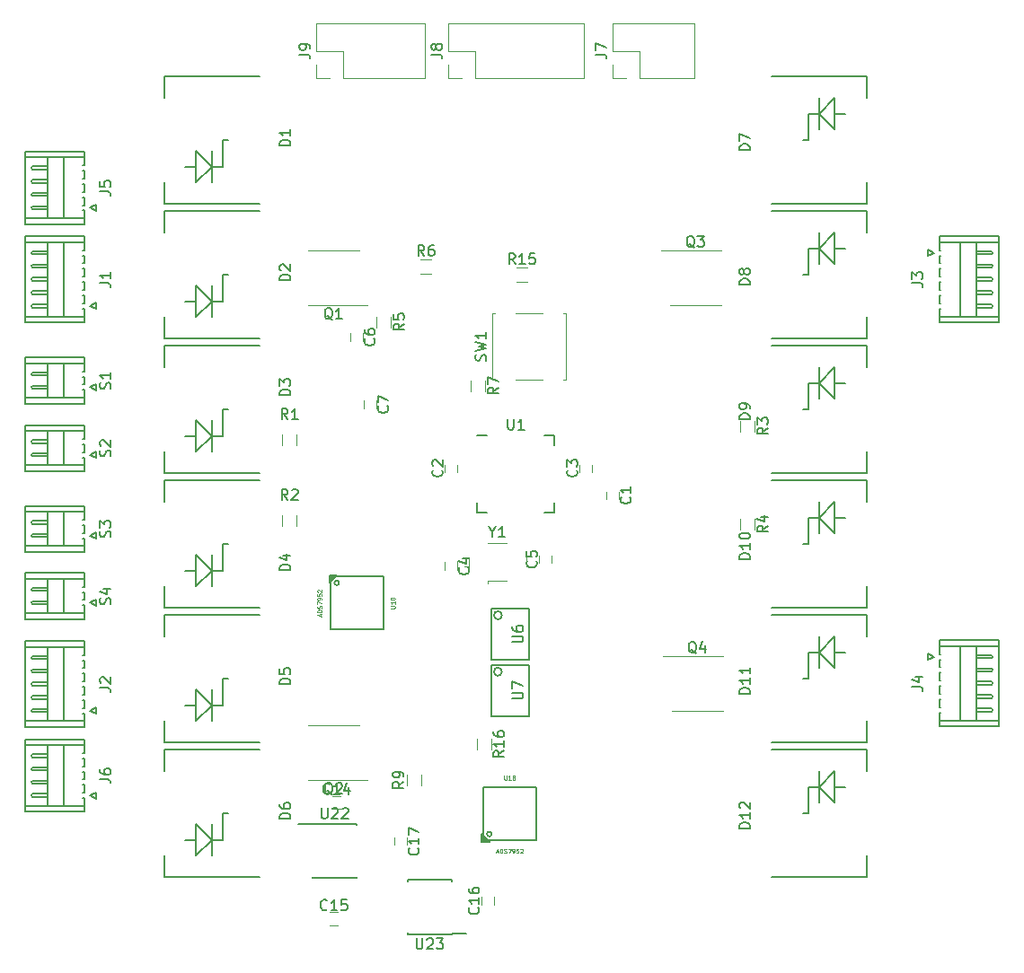
<source format=gbr>
G04 #@! TF.FileFunction,Legend,Top*
%FSLAX46Y46*%
G04 Gerber Fmt 4.6, Leading zero omitted, Abs format (unit mm)*
G04 Created by KiCad (PCBNEW 4.0.7) date Monday, February 19, 2018 'AMt' 01:15:01 AM*
%MOMM*%
%LPD*%
G01*
G04 APERTURE LIST*
%ADD10C,0.100000*%
%ADD11C,0.150000*%
%ADD12C,0.120000*%
%ADD13C,0.127000*%
%ADD14C,0.200660*%
%ADD15C,0.078740*%
%ADD16C,0.076200*%
G04 APERTURE END LIST*
D10*
D11*
X178069240Y-124500640D02*
X179070000Y-124500640D01*
X176570640Y-124500640D02*
X175569880Y-124500640D01*
X175569880Y-124500640D02*
X175569880Y-127000000D01*
X175569880Y-127000000D02*
X175069500Y-127000000D01*
X176570640Y-125999240D02*
X176570640Y-122999500D01*
X178069240Y-122999500D02*
X176570640Y-124500640D01*
X176570640Y-124500640D02*
X178069240Y-125999240D01*
X178069240Y-125999240D02*
X178069240Y-122999500D01*
X181068980Y-122999500D02*
X181068980Y-121000520D01*
X181068980Y-121000520D02*
X172069760Y-121000520D01*
X172069760Y-132999480D02*
X181068980Y-132999480D01*
X181068980Y-132999480D02*
X181068980Y-131000500D01*
X107200000Y-79380000D02*
X107350000Y-79380000D01*
X107350000Y-79380000D02*
X107350000Y-80680000D01*
X107350000Y-80680000D02*
X101750000Y-80680000D01*
X101750000Y-80680000D02*
X101750000Y-72580000D01*
X101750000Y-72580000D02*
X107350000Y-72580000D01*
X107350000Y-72580000D02*
X107350000Y-73880000D01*
X107350000Y-73880000D02*
X107200000Y-73880000D01*
X103850000Y-80130000D02*
X103850000Y-73130000D01*
X105350000Y-80130000D02*
X105350000Y-73130000D01*
X101750000Y-80130000D02*
X107350000Y-80130000D01*
X101750000Y-73130000D02*
X107350000Y-73130000D01*
X103850000Y-79130000D02*
X103850000Y-79280000D01*
X103850000Y-79280000D02*
X102387500Y-79280000D01*
X102387500Y-79280000D02*
X102350000Y-79130000D01*
X102350000Y-79130000D02*
X102387500Y-78980000D01*
X102387500Y-78980000D02*
X103850000Y-78980000D01*
X103850000Y-78980000D02*
X103850000Y-79130000D01*
X103850000Y-77880000D02*
X103850000Y-78030000D01*
X103850000Y-78030000D02*
X102387500Y-78030000D01*
X102387500Y-78030000D02*
X102350000Y-77880000D01*
X102350000Y-77880000D02*
X102387500Y-77730000D01*
X102387500Y-77730000D02*
X103850000Y-77730000D01*
X103850000Y-77730000D02*
X103850000Y-77880000D01*
X107200000Y-78880000D02*
X107350000Y-78880000D01*
X107350000Y-78880000D02*
X107350000Y-78130000D01*
X107350000Y-78130000D02*
X107200000Y-78130000D01*
X103850000Y-76630000D02*
X103850000Y-76780000D01*
X103850000Y-76780000D02*
X102387500Y-76780000D01*
X102387500Y-76780000D02*
X102350000Y-76630000D01*
X102350000Y-76630000D02*
X102387500Y-76480000D01*
X102387500Y-76480000D02*
X103850000Y-76480000D01*
X103850000Y-76480000D02*
X103850000Y-76630000D01*
X107200000Y-77630000D02*
X107350000Y-77630000D01*
X107350000Y-77630000D02*
X107350000Y-76880000D01*
X107350000Y-76880000D02*
X107200000Y-76880000D01*
X103850000Y-75380000D02*
X103850000Y-75530000D01*
X103850000Y-75530000D02*
X102387500Y-75530000D01*
X102387500Y-75530000D02*
X102350000Y-75380000D01*
X102350000Y-75380000D02*
X102387500Y-75230000D01*
X102387500Y-75230000D02*
X103850000Y-75230000D01*
X103850000Y-75230000D02*
X103850000Y-75380000D01*
X107200000Y-76380000D02*
X107350000Y-76380000D01*
X107350000Y-76380000D02*
X107350000Y-75630000D01*
X107350000Y-75630000D02*
X107200000Y-75630000D01*
X103850000Y-74130000D02*
X103850000Y-74280000D01*
X103850000Y-74280000D02*
X102387500Y-74280000D01*
X102387500Y-74280000D02*
X102350000Y-74130000D01*
X102350000Y-74130000D02*
X102387500Y-73980000D01*
X102387500Y-73980000D02*
X103850000Y-73980000D01*
X103850000Y-73980000D02*
X103850000Y-74130000D01*
X107200000Y-75130000D02*
X107350000Y-75130000D01*
X107350000Y-75130000D02*
X107350000Y-74380000D01*
X107350000Y-74380000D02*
X107200000Y-74380000D01*
X107850000Y-79130000D02*
X108450000Y-79430000D01*
X108450000Y-79430000D02*
X108450000Y-78830000D01*
X108450000Y-78830000D02*
X107850000Y-79130000D01*
X117840760Y-104099360D02*
X116840000Y-104099360D01*
X119339360Y-104099360D02*
X120340120Y-104099360D01*
X120340120Y-104099360D02*
X120340120Y-101600000D01*
X120340120Y-101600000D02*
X120840500Y-101600000D01*
X119339360Y-102600760D02*
X119339360Y-105600500D01*
X117840760Y-105600500D02*
X119339360Y-104099360D01*
X119339360Y-104099360D02*
X117840760Y-102600760D01*
X117840760Y-102600760D02*
X117840760Y-105600500D01*
X114841020Y-105600500D02*
X114841020Y-107599480D01*
X114841020Y-107599480D02*
X123840240Y-107599480D01*
X123840240Y-95600520D02*
X114841020Y-95600520D01*
X114841020Y-95600520D02*
X114841020Y-97599500D01*
X117840760Y-91399360D02*
X116840000Y-91399360D01*
X119339360Y-91399360D02*
X120340120Y-91399360D01*
X120340120Y-91399360D02*
X120340120Y-88900000D01*
X120340120Y-88900000D02*
X120840500Y-88900000D01*
X119339360Y-89900760D02*
X119339360Y-92900500D01*
X117840760Y-92900500D02*
X119339360Y-91399360D01*
X119339360Y-91399360D02*
X117840760Y-89900760D01*
X117840760Y-89900760D02*
X117840760Y-92900500D01*
X114841020Y-92900500D02*
X114841020Y-94899480D01*
X114841020Y-94899480D02*
X123840240Y-94899480D01*
X123840240Y-82900520D02*
X114841020Y-82900520D01*
X114841020Y-82900520D02*
X114841020Y-84899500D01*
D12*
X157750000Y-96640000D02*
X157750000Y-97340000D01*
X156550000Y-97340000D02*
X156550000Y-96640000D01*
X141310000Y-94800000D02*
X141310000Y-94100000D01*
X142510000Y-94100000D02*
X142510000Y-94800000D01*
X154010000Y-94800000D02*
X154010000Y-94100000D01*
X155210000Y-94100000D02*
X155210000Y-94800000D01*
X142510000Y-103310000D02*
X142510000Y-104010000D01*
X141310000Y-104010000D02*
X141310000Y-103310000D01*
X150200000Y-103370000D02*
X150200000Y-102670000D01*
X151400000Y-102670000D02*
X151400000Y-103370000D01*
X133620000Y-81720000D02*
X133620000Y-82420000D01*
X132420000Y-82420000D02*
X132420000Y-81720000D01*
X134890000Y-88070000D02*
X134890000Y-88770000D01*
X133690000Y-88770000D02*
X133690000Y-88070000D01*
D11*
X117840760Y-65999360D02*
X116840000Y-65999360D01*
X119339360Y-65999360D02*
X120340120Y-65999360D01*
X120340120Y-65999360D02*
X120340120Y-63500000D01*
X120340120Y-63500000D02*
X120840500Y-63500000D01*
X119339360Y-64500760D02*
X119339360Y-67500500D01*
X117840760Y-67500500D02*
X119339360Y-65999360D01*
X119339360Y-65999360D02*
X117840760Y-64500760D01*
X117840760Y-64500760D02*
X117840760Y-67500500D01*
X114841020Y-67500500D02*
X114841020Y-69499480D01*
X114841020Y-69499480D02*
X123840240Y-69499480D01*
X123840240Y-57500520D02*
X114841020Y-57500520D01*
X114841020Y-57500520D02*
X114841020Y-59499500D01*
X117840760Y-78699360D02*
X116840000Y-78699360D01*
X119339360Y-78699360D02*
X120340120Y-78699360D01*
X120340120Y-78699360D02*
X120340120Y-76200000D01*
X120340120Y-76200000D02*
X120840500Y-76200000D01*
X119339360Y-77200760D02*
X119339360Y-80200500D01*
X117840760Y-80200500D02*
X119339360Y-78699360D01*
X119339360Y-78699360D02*
X117840760Y-77200760D01*
X117840760Y-77200760D02*
X117840760Y-80200500D01*
X114841020Y-80200500D02*
X114841020Y-82199480D01*
X114841020Y-82199480D02*
X123840240Y-82199480D01*
X123840240Y-70200520D02*
X114841020Y-70200520D01*
X114841020Y-70200520D02*
X114841020Y-72199500D01*
X117840760Y-116799360D02*
X116840000Y-116799360D01*
X119339360Y-116799360D02*
X120340120Y-116799360D01*
X120340120Y-116799360D02*
X120340120Y-114300000D01*
X120340120Y-114300000D02*
X120840500Y-114300000D01*
X119339360Y-115300760D02*
X119339360Y-118300500D01*
X117840760Y-118300500D02*
X119339360Y-116799360D01*
X119339360Y-116799360D02*
X117840760Y-115300760D01*
X117840760Y-115300760D02*
X117840760Y-118300500D01*
X114841020Y-118300500D02*
X114841020Y-120299480D01*
X114841020Y-120299480D02*
X123840240Y-120299480D01*
X123840240Y-108300520D02*
X114841020Y-108300520D01*
X114841020Y-108300520D02*
X114841020Y-110299500D01*
X117840760Y-129499360D02*
X116840000Y-129499360D01*
X119339360Y-129499360D02*
X120340120Y-129499360D01*
X120340120Y-129499360D02*
X120340120Y-127000000D01*
X120340120Y-127000000D02*
X120840500Y-127000000D01*
X119339360Y-128000760D02*
X119339360Y-131000500D01*
X117840760Y-131000500D02*
X119339360Y-129499360D01*
X119339360Y-129499360D02*
X117840760Y-128000760D01*
X117840760Y-128000760D02*
X117840760Y-131000500D01*
X114841020Y-131000500D02*
X114841020Y-132999480D01*
X114841020Y-132999480D02*
X123840240Y-132999480D01*
X123840240Y-121000520D02*
X114841020Y-121000520D01*
X114841020Y-121000520D02*
X114841020Y-122999500D01*
X178069240Y-61000640D02*
X179070000Y-61000640D01*
X176570640Y-61000640D02*
X175569880Y-61000640D01*
X175569880Y-61000640D02*
X175569880Y-63500000D01*
X175569880Y-63500000D02*
X175069500Y-63500000D01*
X176570640Y-62499240D02*
X176570640Y-59499500D01*
X178069240Y-59499500D02*
X176570640Y-61000640D01*
X176570640Y-61000640D02*
X178069240Y-62499240D01*
X178069240Y-62499240D02*
X178069240Y-59499500D01*
X181068980Y-59499500D02*
X181068980Y-57500520D01*
X181068980Y-57500520D02*
X172069760Y-57500520D01*
X172069760Y-69499480D02*
X181068980Y-69499480D01*
X181068980Y-69499480D02*
X181068980Y-67500500D01*
X178069240Y-73700640D02*
X179070000Y-73700640D01*
X176570640Y-73700640D02*
X175569880Y-73700640D01*
X175569880Y-73700640D02*
X175569880Y-76200000D01*
X175569880Y-76200000D02*
X175069500Y-76200000D01*
X176570640Y-75199240D02*
X176570640Y-72199500D01*
X178069240Y-72199500D02*
X176570640Y-73700640D01*
X176570640Y-73700640D02*
X178069240Y-75199240D01*
X178069240Y-75199240D02*
X178069240Y-72199500D01*
X181068980Y-72199500D02*
X181068980Y-70200520D01*
X181068980Y-70200520D02*
X172069760Y-70200520D01*
X172069760Y-82199480D02*
X181068980Y-82199480D01*
X181068980Y-82199480D02*
X181068980Y-80200500D01*
X178069240Y-86400640D02*
X179070000Y-86400640D01*
X176570640Y-86400640D02*
X175569880Y-86400640D01*
X175569880Y-86400640D02*
X175569880Y-88900000D01*
X175569880Y-88900000D02*
X175069500Y-88900000D01*
X176570640Y-87899240D02*
X176570640Y-84899500D01*
X178069240Y-84899500D02*
X176570640Y-86400640D01*
X176570640Y-86400640D02*
X178069240Y-87899240D01*
X178069240Y-87899240D02*
X178069240Y-84899500D01*
X181068980Y-84899500D02*
X181068980Y-82900520D01*
X181068980Y-82900520D02*
X172069760Y-82900520D01*
X172069760Y-94899480D02*
X181068980Y-94899480D01*
X181068980Y-94899480D02*
X181068980Y-92900500D01*
X178069240Y-99100640D02*
X179070000Y-99100640D01*
X176570640Y-99100640D02*
X175569880Y-99100640D01*
X175569880Y-99100640D02*
X175569880Y-101600000D01*
X175569880Y-101600000D02*
X175069500Y-101600000D01*
X176570640Y-100599240D02*
X176570640Y-97599500D01*
X178069240Y-97599500D02*
X176570640Y-99100640D01*
X176570640Y-99100640D02*
X178069240Y-100599240D01*
X178069240Y-100599240D02*
X178069240Y-97599500D01*
X181068980Y-97599500D02*
X181068980Y-95600520D01*
X181068980Y-95600520D02*
X172069760Y-95600520D01*
X172069760Y-107599480D02*
X181068980Y-107599480D01*
X181068980Y-107599480D02*
X181068980Y-105600500D01*
X178069240Y-111800640D02*
X179070000Y-111800640D01*
X176570640Y-111800640D02*
X175569880Y-111800640D01*
X175569880Y-111800640D02*
X175569880Y-114300000D01*
X175569880Y-114300000D02*
X175069500Y-114300000D01*
X176570640Y-113299240D02*
X176570640Y-110299500D01*
X178069240Y-110299500D02*
X176570640Y-111800640D01*
X176570640Y-111800640D02*
X178069240Y-113299240D01*
X178069240Y-113299240D02*
X178069240Y-110299500D01*
X181068980Y-110299500D02*
X181068980Y-108300520D01*
X181068980Y-108300520D02*
X172069760Y-108300520D01*
X172069760Y-120299480D02*
X181068980Y-120299480D01*
X181068980Y-120299480D02*
X181068980Y-118300500D01*
D12*
X164830000Y-57680000D02*
X164830000Y-52480000D01*
X159690000Y-57680000D02*
X164830000Y-57680000D01*
X157090000Y-52480000D02*
X164830000Y-52480000D01*
X159690000Y-57680000D02*
X159690000Y-55080000D01*
X159690000Y-55080000D02*
X157090000Y-55080000D01*
X157090000Y-55080000D02*
X157090000Y-52480000D01*
X158420000Y-57680000D02*
X157090000Y-57680000D01*
X157090000Y-57680000D02*
X157090000Y-56350000D01*
X128410000Y-73895000D02*
X133210000Y-73895000D01*
X128410000Y-79095000D02*
X134010000Y-79095000D01*
X128410000Y-118695000D02*
X133210000Y-118695000D01*
X128410000Y-123895000D02*
X134010000Y-123895000D01*
X167327500Y-79095000D02*
X162527500Y-79095000D01*
X167327500Y-73895000D02*
X161727500Y-73895000D01*
X167500000Y-117370000D02*
X162700000Y-117370000D01*
X167500000Y-112170000D02*
X161900000Y-112170000D01*
X134880000Y-81150000D02*
X134880000Y-80150000D01*
X136240000Y-80150000D02*
X136240000Y-81150000D01*
X140040000Y-76080000D02*
X139040000Y-76080000D01*
X139040000Y-74720000D02*
X140040000Y-74720000D01*
X143770000Y-87160000D02*
X143770000Y-86160000D01*
X145130000Y-86160000D02*
X145130000Y-87160000D01*
D11*
X151650000Y-91350000D02*
X151650000Y-92300000D01*
X144350000Y-98650000D02*
X144350000Y-97700000D01*
X151650000Y-98650000D02*
X151650000Y-97700000D01*
X144350000Y-91350000D02*
X145300000Y-91350000D01*
X144350000Y-98650000D02*
X145300000Y-98650000D01*
X151650000Y-98650000D02*
X150700000Y-98650000D01*
X151650000Y-91350000D02*
X150700000Y-91350000D01*
X149228269Y-107681927D02*
X149228269Y-112507927D01*
X149228269Y-112507927D02*
X145672269Y-112507927D01*
X145672269Y-112507927D02*
X145672269Y-107681927D01*
X145672269Y-107681927D02*
X149228269Y-107681927D01*
X146688269Y-108316927D02*
G75*
G03X146688269Y-108316927I-381000J0D01*
G01*
X149228269Y-113004700D02*
X149228269Y-117830700D01*
X149228269Y-117830700D02*
X145672269Y-117830700D01*
X145672269Y-117830700D02*
X145672269Y-113004700D01*
X145672269Y-113004700D02*
X149228269Y-113004700D01*
X146688269Y-113639700D02*
G75*
G03X146688269Y-113639700I-381000J0D01*
G01*
D12*
X154410000Y-57680000D02*
X154410000Y-52480000D01*
X144190000Y-57680000D02*
X154410000Y-57680000D01*
X141590000Y-52480000D02*
X154410000Y-52480000D01*
X144190000Y-57680000D02*
X144190000Y-55080000D01*
X144190000Y-55080000D02*
X141590000Y-55080000D01*
X141590000Y-55080000D02*
X141590000Y-52480000D01*
X142920000Y-57680000D02*
X141590000Y-57680000D01*
X141590000Y-57680000D02*
X141590000Y-56350000D01*
X127350000Y-91240000D02*
X127350000Y-92240000D01*
X125990000Y-92240000D02*
X125990000Y-91240000D01*
X127350000Y-98860000D02*
X127350000Y-99860000D01*
X125990000Y-99860000D02*
X125990000Y-98860000D01*
X169170000Y-90970000D02*
X169170000Y-89970000D01*
X170530000Y-89970000D02*
X170530000Y-90970000D01*
X169170000Y-100200000D02*
X169170000Y-99200000D01*
X170530000Y-99200000D02*
X170530000Y-100200000D01*
D11*
X107200000Y-117560000D02*
X107350000Y-117560000D01*
X107350000Y-117560000D02*
X107350000Y-118860000D01*
X107350000Y-118860000D02*
X101750000Y-118860000D01*
X101750000Y-118860000D02*
X101750000Y-110760000D01*
X101750000Y-110760000D02*
X107350000Y-110760000D01*
X107350000Y-110760000D02*
X107350000Y-112060000D01*
X107350000Y-112060000D02*
X107200000Y-112060000D01*
X103850000Y-118310000D02*
X103850000Y-111310000D01*
X105350000Y-118310000D02*
X105350000Y-111310000D01*
X101750000Y-118310000D02*
X107350000Y-118310000D01*
X101750000Y-111310000D02*
X107350000Y-111310000D01*
X103850000Y-117310000D02*
X103850000Y-117460000D01*
X103850000Y-117460000D02*
X102387500Y-117460000D01*
X102387500Y-117460000D02*
X102350000Y-117310000D01*
X102350000Y-117310000D02*
X102387500Y-117160000D01*
X102387500Y-117160000D02*
X103850000Y-117160000D01*
X103850000Y-117160000D02*
X103850000Y-117310000D01*
X103850000Y-116060000D02*
X103850000Y-116210000D01*
X103850000Y-116210000D02*
X102387500Y-116210000D01*
X102387500Y-116210000D02*
X102350000Y-116060000D01*
X102350000Y-116060000D02*
X102387500Y-115910000D01*
X102387500Y-115910000D02*
X103850000Y-115910000D01*
X103850000Y-115910000D02*
X103850000Y-116060000D01*
X107200000Y-117060000D02*
X107350000Y-117060000D01*
X107350000Y-117060000D02*
X107350000Y-116310000D01*
X107350000Y-116310000D02*
X107200000Y-116310000D01*
X103850000Y-114810000D02*
X103850000Y-114960000D01*
X103850000Y-114960000D02*
X102387500Y-114960000D01*
X102387500Y-114960000D02*
X102350000Y-114810000D01*
X102350000Y-114810000D02*
X102387500Y-114660000D01*
X102387500Y-114660000D02*
X103850000Y-114660000D01*
X103850000Y-114660000D02*
X103850000Y-114810000D01*
X107200000Y-115810000D02*
X107350000Y-115810000D01*
X107350000Y-115810000D02*
X107350000Y-115060000D01*
X107350000Y-115060000D02*
X107200000Y-115060000D01*
X103850000Y-113560000D02*
X103850000Y-113710000D01*
X103850000Y-113710000D02*
X102387500Y-113710000D01*
X102387500Y-113710000D02*
X102350000Y-113560000D01*
X102350000Y-113560000D02*
X102387500Y-113410000D01*
X102387500Y-113410000D02*
X103850000Y-113410000D01*
X103850000Y-113410000D02*
X103850000Y-113560000D01*
X107200000Y-114560000D02*
X107350000Y-114560000D01*
X107350000Y-114560000D02*
X107350000Y-113810000D01*
X107350000Y-113810000D02*
X107200000Y-113810000D01*
X103850000Y-112310000D02*
X103850000Y-112460000D01*
X103850000Y-112460000D02*
X102387500Y-112460000D01*
X102387500Y-112460000D02*
X102350000Y-112310000D01*
X102350000Y-112310000D02*
X102387500Y-112160000D01*
X102387500Y-112160000D02*
X103850000Y-112160000D01*
X103850000Y-112160000D02*
X103850000Y-112310000D01*
X107200000Y-113310000D02*
X107350000Y-113310000D01*
X107350000Y-113310000D02*
X107350000Y-112560000D01*
X107350000Y-112560000D02*
X107200000Y-112560000D01*
X107850000Y-117310000D02*
X108450000Y-117610000D01*
X108450000Y-117610000D02*
X108450000Y-117010000D01*
X108450000Y-117010000D02*
X107850000Y-117310000D01*
X188050000Y-73880000D02*
X187900000Y-73880000D01*
X187900000Y-73880000D02*
X187900000Y-72580000D01*
X187900000Y-72580000D02*
X193500000Y-72580000D01*
X193500000Y-72580000D02*
X193500000Y-80680000D01*
X193500000Y-80680000D02*
X187900000Y-80680000D01*
X187900000Y-80680000D02*
X187900000Y-79380000D01*
X187900000Y-79380000D02*
X188050000Y-79380000D01*
X191400000Y-73130000D02*
X191400000Y-80130000D01*
X189900000Y-73130000D02*
X189900000Y-80130000D01*
X193500000Y-73130000D02*
X187900000Y-73130000D01*
X193500000Y-80130000D02*
X187900000Y-80130000D01*
X191400000Y-74130000D02*
X191400000Y-73980000D01*
X191400000Y-73980000D02*
X192862500Y-73980000D01*
X192862500Y-73980000D02*
X192900000Y-74130000D01*
X192900000Y-74130000D02*
X192862500Y-74280000D01*
X192862500Y-74280000D02*
X191400000Y-74280000D01*
X191400000Y-74280000D02*
X191400000Y-74130000D01*
X191400000Y-75380000D02*
X191400000Y-75230000D01*
X191400000Y-75230000D02*
X192862500Y-75230000D01*
X192862500Y-75230000D02*
X192900000Y-75380000D01*
X192900000Y-75380000D02*
X192862500Y-75530000D01*
X192862500Y-75530000D02*
X191400000Y-75530000D01*
X191400000Y-75530000D02*
X191400000Y-75380000D01*
X188050000Y-74380000D02*
X187900000Y-74380000D01*
X187900000Y-74380000D02*
X187900000Y-75130000D01*
X187900000Y-75130000D02*
X188050000Y-75130000D01*
X191400000Y-76630000D02*
X191400000Y-76480000D01*
X191400000Y-76480000D02*
X192862500Y-76480000D01*
X192862500Y-76480000D02*
X192900000Y-76630000D01*
X192900000Y-76630000D02*
X192862500Y-76780000D01*
X192862500Y-76780000D02*
X191400000Y-76780000D01*
X191400000Y-76780000D02*
X191400000Y-76630000D01*
X188050000Y-75630000D02*
X187900000Y-75630000D01*
X187900000Y-75630000D02*
X187900000Y-76380000D01*
X187900000Y-76380000D02*
X188050000Y-76380000D01*
X191400000Y-77880000D02*
X191400000Y-77730000D01*
X191400000Y-77730000D02*
X192862500Y-77730000D01*
X192862500Y-77730000D02*
X192900000Y-77880000D01*
X192900000Y-77880000D02*
X192862500Y-78030000D01*
X192862500Y-78030000D02*
X191400000Y-78030000D01*
X191400000Y-78030000D02*
X191400000Y-77880000D01*
X188050000Y-76880000D02*
X187900000Y-76880000D01*
X187900000Y-76880000D02*
X187900000Y-77630000D01*
X187900000Y-77630000D02*
X188050000Y-77630000D01*
X191400000Y-79130000D02*
X191400000Y-78980000D01*
X191400000Y-78980000D02*
X192862500Y-78980000D01*
X192862500Y-78980000D02*
X192900000Y-79130000D01*
X192900000Y-79130000D02*
X192862500Y-79280000D01*
X192862500Y-79280000D02*
X191400000Y-79280000D01*
X191400000Y-79280000D02*
X191400000Y-79130000D01*
X188050000Y-78130000D02*
X187900000Y-78130000D01*
X187900000Y-78130000D02*
X187900000Y-78880000D01*
X187900000Y-78880000D02*
X188050000Y-78880000D01*
X187400000Y-74130000D02*
X186800000Y-73830000D01*
X186800000Y-73830000D02*
X186800000Y-74430000D01*
X186800000Y-74430000D02*
X187400000Y-74130000D01*
X188050000Y-111980000D02*
X187900000Y-111980000D01*
X187900000Y-111980000D02*
X187900000Y-110680000D01*
X187900000Y-110680000D02*
X193500000Y-110680000D01*
X193500000Y-110680000D02*
X193500000Y-118780000D01*
X193500000Y-118780000D02*
X187900000Y-118780000D01*
X187900000Y-118780000D02*
X187900000Y-117480000D01*
X187900000Y-117480000D02*
X188050000Y-117480000D01*
X191400000Y-111230000D02*
X191400000Y-118230000D01*
X189900000Y-111230000D02*
X189900000Y-118230000D01*
X193500000Y-111230000D02*
X187900000Y-111230000D01*
X193500000Y-118230000D02*
X187900000Y-118230000D01*
X191400000Y-112230000D02*
X191400000Y-112080000D01*
X191400000Y-112080000D02*
X192862500Y-112080000D01*
X192862500Y-112080000D02*
X192900000Y-112230000D01*
X192900000Y-112230000D02*
X192862500Y-112380000D01*
X192862500Y-112380000D02*
X191400000Y-112380000D01*
X191400000Y-112380000D02*
X191400000Y-112230000D01*
X191400000Y-113480000D02*
X191400000Y-113330000D01*
X191400000Y-113330000D02*
X192862500Y-113330000D01*
X192862500Y-113330000D02*
X192900000Y-113480000D01*
X192900000Y-113480000D02*
X192862500Y-113630000D01*
X192862500Y-113630000D02*
X191400000Y-113630000D01*
X191400000Y-113630000D02*
X191400000Y-113480000D01*
X188050000Y-112480000D02*
X187900000Y-112480000D01*
X187900000Y-112480000D02*
X187900000Y-113230000D01*
X187900000Y-113230000D02*
X188050000Y-113230000D01*
X191400000Y-114730000D02*
X191400000Y-114580000D01*
X191400000Y-114580000D02*
X192862500Y-114580000D01*
X192862500Y-114580000D02*
X192900000Y-114730000D01*
X192900000Y-114730000D02*
X192862500Y-114880000D01*
X192862500Y-114880000D02*
X191400000Y-114880000D01*
X191400000Y-114880000D02*
X191400000Y-114730000D01*
X188050000Y-113730000D02*
X187900000Y-113730000D01*
X187900000Y-113730000D02*
X187900000Y-114480000D01*
X187900000Y-114480000D02*
X188050000Y-114480000D01*
X191400000Y-115980000D02*
X191400000Y-115830000D01*
X191400000Y-115830000D02*
X192862500Y-115830000D01*
X192862500Y-115830000D02*
X192900000Y-115980000D01*
X192900000Y-115980000D02*
X192862500Y-116130000D01*
X192862500Y-116130000D02*
X191400000Y-116130000D01*
X191400000Y-116130000D02*
X191400000Y-115980000D01*
X188050000Y-114980000D02*
X187900000Y-114980000D01*
X187900000Y-114980000D02*
X187900000Y-115730000D01*
X187900000Y-115730000D02*
X188050000Y-115730000D01*
X191400000Y-117230000D02*
X191400000Y-117080000D01*
X191400000Y-117080000D02*
X192862500Y-117080000D01*
X192862500Y-117080000D02*
X192900000Y-117230000D01*
X192900000Y-117230000D02*
X192862500Y-117380000D01*
X192862500Y-117380000D02*
X191400000Y-117380000D01*
X191400000Y-117380000D02*
X191400000Y-117230000D01*
X188050000Y-116230000D02*
X187900000Y-116230000D01*
X187900000Y-116230000D02*
X187900000Y-116980000D01*
X187900000Y-116980000D02*
X188050000Y-116980000D01*
X187400000Y-112230000D02*
X186800000Y-111930000D01*
X186800000Y-111930000D02*
X186800000Y-112530000D01*
X186800000Y-112530000D02*
X187400000Y-112230000D01*
D12*
X146040000Y-86110800D02*
X145790000Y-86110800D01*
X145790000Y-86110800D02*
X145790000Y-79810800D01*
X145790000Y-79810800D02*
X146040000Y-79810800D01*
X150540000Y-86110800D02*
X147940000Y-86110800D01*
X152440000Y-79810800D02*
X152690000Y-79810800D01*
X152690000Y-79810800D02*
X152690000Y-86110800D01*
X152690000Y-86110800D02*
X152440000Y-86110800D01*
X147940000Y-79810800D02*
X150540000Y-79810800D01*
X143160000Y-103670000D02*
X143560000Y-103670000D01*
X143560000Y-103670000D02*
X143560000Y-102870000D01*
X148960000Y-102870000D02*
X148960000Y-103670000D01*
X145360000Y-101470000D02*
X147160000Y-101470000D01*
X147160000Y-105070000D02*
X145360000Y-105070000D01*
X145360000Y-105070000D02*
X145360000Y-105310000D01*
D13*
X144797980Y-128960980D02*
X144797980Y-129662020D01*
X144797980Y-129662020D02*
X145499020Y-129662020D01*
X145499020Y-129662020D02*
X144797980Y-128960980D01*
X149898300Y-129560420D02*
X144899580Y-129560420D01*
X144899580Y-129560420D02*
X144899580Y-124561700D01*
X144899580Y-124561700D02*
X149898300Y-124561700D01*
X149898300Y-124561700D02*
X149898300Y-129560420D01*
X145295820Y-129562960D02*
X144897040Y-129164180D01*
X144897040Y-129260700D02*
X145196760Y-129560420D01*
X145100240Y-129560420D02*
X144899580Y-129359760D01*
D14*
X145721672Y-128960980D02*
G75*
G03X145721672Y-128960980I-222652J0D01*
G01*
D13*
X131120080Y-104549040D02*
X130419040Y-104549040D01*
X130419040Y-104549040D02*
X130419040Y-105250080D01*
X130419040Y-105250080D02*
X131120080Y-104549040D01*
X130520640Y-109649360D02*
X130520640Y-104650640D01*
X130520640Y-104650640D02*
X135519360Y-104650640D01*
X135519360Y-104650640D02*
X135519360Y-109649360D01*
X135519360Y-109649360D02*
X130520640Y-109649360D01*
X130518100Y-105046880D02*
X130916880Y-104648100D01*
X130820360Y-104648100D02*
X130520640Y-104947820D01*
X130520640Y-104851300D02*
X130721300Y-104650640D01*
D14*
X131342732Y-105250080D02*
G75*
G03X131342732Y-105250080I-222652J0D01*
G01*
D12*
X149080000Y-76870000D02*
X148080000Y-76870000D01*
X148080000Y-75510000D02*
X149080000Y-75510000D01*
X139090000Y-123350000D02*
X139090000Y-124350000D01*
X137730000Y-124350000D02*
X137730000Y-123350000D01*
X144300000Y-120960000D02*
X144300000Y-119960000D01*
X145660000Y-119960000D02*
X145660000Y-120960000D01*
D11*
X107200000Y-87060000D02*
X107350000Y-87060000D01*
X107350000Y-87060000D02*
X107350000Y-88360000D01*
X107350000Y-88360000D02*
X101750000Y-88360000D01*
X101750000Y-88360000D02*
X101750000Y-84010000D01*
X101750000Y-84010000D02*
X107350000Y-84010000D01*
X107350000Y-84010000D02*
X107350000Y-85310000D01*
X107350000Y-85310000D02*
X107200000Y-85310000D01*
X103850000Y-87810000D02*
X103850000Y-84560000D01*
X105350000Y-87810000D02*
X105350000Y-84560000D01*
X101750000Y-87810000D02*
X107350000Y-87810000D01*
X101750000Y-84560000D02*
X107350000Y-84560000D01*
X103850000Y-86810000D02*
X103850000Y-86960000D01*
X103850000Y-86960000D02*
X102387500Y-86960000D01*
X102387500Y-86960000D02*
X102350000Y-86810000D01*
X102350000Y-86810000D02*
X102387500Y-86660000D01*
X102387500Y-86660000D02*
X103850000Y-86660000D01*
X103850000Y-86660000D02*
X103850000Y-86810000D01*
X103850000Y-85560000D02*
X103850000Y-85710000D01*
X103850000Y-85710000D02*
X102387500Y-85710000D01*
X102387500Y-85710000D02*
X102350000Y-85560000D01*
X102350000Y-85560000D02*
X102387500Y-85410000D01*
X102387500Y-85410000D02*
X103850000Y-85410000D01*
X103850000Y-85410000D02*
X103850000Y-85560000D01*
X107200000Y-86560000D02*
X107350000Y-86560000D01*
X107350000Y-86560000D02*
X107350000Y-85810000D01*
X107350000Y-85810000D02*
X107200000Y-85810000D01*
X107850000Y-86810000D02*
X108450000Y-87110000D01*
X108450000Y-87110000D02*
X108450000Y-86510000D01*
X108450000Y-86510000D02*
X107850000Y-86810000D01*
X107200000Y-93430000D02*
X107350000Y-93430000D01*
X107350000Y-93430000D02*
X107350000Y-94730000D01*
X107350000Y-94730000D02*
X101750000Y-94730000D01*
X101750000Y-94730000D02*
X101750000Y-90380000D01*
X101750000Y-90380000D02*
X107350000Y-90380000D01*
X107350000Y-90380000D02*
X107350000Y-91680000D01*
X107350000Y-91680000D02*
X107200000Y-91680000D01*
X103850000Y-94180000D02*
X103850000Y-90930000D01*
X105350000Y-94180000D02*
X105350000Y-90930000D01*
X101750000Y-94180000D02*
X107350000Y-94180000D01*
X101750000Y-90930000D02*
X107350000Y-90930000D01*
X103850000Y-93180000D02*
X103850000Y-93330000D01*
X103850000Y-93330000D02*
X102387500Y-93330000D01*
X102387500Y-93330000D02*
X102350000Y-93180000D01*
X102350000Y-93180000D02*
X102387500Y-93030000D01*
X102387500Y-93030000D02*
X103850000Y-93030000D01*
X103850000Y-93030000D02*
X103850000Y-93180000D01*
X103850000Y-91930000D02*
X103850000Y-92080000D01*
X103850000Y-92080000D02*
X102387500Y-92080000D01*
X102387500Y-92080000D02*
X102350000Y-91930000D01*
X102350000Y-91930000D02*
X102387500Y-91780000D01*
X102387500Y-91780000D02*
X103850000Y-91780000D01*
X103850000Y-91780000D02*
X103850000Y-91930000D01*
X107200000Y-92930000D02*
X107350000Y-92930000D01*
X107350000Y-92930000D02*
X107350000Y-92180000D01*
X107350000Y-92180000D02*
X107200000Y-92180000D01*
X107850000Y-93180000D02*
X108450000Y-93480000D01*
X108450000Y-93480000D02*
X108450000Y-92880000D01*
X108450000Y-92880000D02*
X107850000Y-93180000D01*
X107200000Y-101050000D02*
X107350000Y-101050000D01*
X107350000Y-101050000D02*
X107350000Y-102350000D01*
X107350000Y-102350000D02*
X101750000Y-102350000D01*
X101750000Y-102350000D02*
X101750000Y-98000000D01*
X101750000Y-98000000D02*
X107350000Y-98000000D01*
X107350000Y-98000000D02*
X107350000Y-99300000D01*
X107350000Y-99300000D02*
X107200000Y-99300000D01*
X103850000Y-101800000D02*
X103850000Y-98550000D01*
X105350000Y-101800000D02*
X105350000Y-98550000D01*
X101750000Y-101800000D02*
X107350000Y-101800000D01*
X101750000Y-98550000D02*
X107350000Y-98550000D01*
X103850000Y-100800000D02*
X103850000Y-100950000D01*
X103850000Y-100950000D02*
X102387500Y-100950000D01*
X102387500Y-100950000D02*
X102350000Y-100800000D01*
X102350000Y-100800000D02*
X102387500Y-100650000D01*
X102387500Y-100650000D02*
X103850000Y-100650000D01*
X103850000Y-100650000D02*
X103850000Y-100800000D01*
X103850000Y-99550000D02*
X103850000Y-99700000D01*
X103850000Y-99700000D02*
X102387500Y-99700000D01*
X102387500Y-99700000D02*
X102350000Y-99550000D01*
X102350000Y-99550000D02*
X102387500Y-99400000D01*
X102387500Y-99400000D02*
X103850000Y-99400000D01*
X103850000Y-99400000D02*
X103850000Y-99550000D01*
X107200000Y-100550000D02*
X107350000Y-100550000D01*
X107350000Y-100550000D02*
X107350000Y-99800000D01*
X107350000Y-99800000D02*
X107200000Y-99800000D01*
X107850000Y-100800000D02*
X108450000Y-101100000D01*
X108450000Y-101100000D02*
X108450000Y-100500000D01*
X108450000Y-100500000D02*
X107850000Y-100800000D01*
X107200000Y-107380000D02*
X107350000Y-107380000D01*
X107350000Y-107380000D02*
X107350000Y-108680000D01*
X107350000Y-108680000D02*
X101750000Y-108680000D01*
X101750000Y-108680000D02*
X101750000Y-104330000D01*
X101750000Y-104330000D02*
X107350000Y-104330000D01*
X107350000Y-104330000D02*
X107350000Y-105630000D01*
X107350000Y-105630000D02*
X107200000Y-105630000D01*
X103850000Y-108130000D02*
X103850000Y-104880000D01*
X105350000Y-108130000D02*
X105350000Y-104880000D01*
X101750000Y-108130000D02*
X107350000Y-108130000D01*
X101750000Y-104880000D02*
X107350000Y-104880000D01*
X103850000Y-107130000D02*
X103850000Y-107280000D01*
X103850000Y-107280000D02*
X102387500Y-107280000D01*
X102387500Y-107280000D02*
X102350000Y-107130000D01*
X102350000Y-107130000D02*
X102387500Y-106980000D01*
X102387500Y-106980000D02*
X103850000Y-106980000D01*
X103850000Y-106980000D02*
X103850000Y-107130000D01*
X103850000Y-105880000D02*
X103850000Y-106030000D01*
X103850000Y-106030000D02*
X102387500Y-106030000D01*
X102387500Y-106030000D02*
X102350000Y-105880000D01*
X102350000Y-105880000D02*
X102387500Y-105730000D01*
X102387500Y-105730000D02*
X103850000Y-105730000D01*
X103850000Y-105730000D02*
X103850000Y-105880000D01*
X107200000Y-106880000D02*
X107350000Y-106880000D01*
X107350000Y-106880000D02*
X107350000Y-106130000D01*
X107350000Y-106130000D02*
X107200000Y-106130000D01*
X107850000Y-107130000D02*
X108450000Y-107430000D01*
X108450000Y-107430000D02*
X108450000Y-106830000D01*
X108450000Y-106830000D02*
X107850000Y-107130000D01*
D12*
X139430000Y-57680000D02*
X139430000Y-52480000D01*
X131750000Y-57680000D02*
X139430000Y-57680000D01*
X129150000Y-52480000D02*
X139430000Y-52480000D01*
X131750000Y-57680000D02*
X131750000Y-55080000D01*
X131750000Y-55080000D02*
X129150000Y-55080000D01*
X129150000Y-55080000D02*
X129150000Y-52480000D01*
X130480000Y-57680000D02*
X129150000Y-57680000D01*
X129150000Y-57680000D02*
X129150000Y-56350000D01*
D11*
X107200000Y-70130000D02*
X107350000Y-70130000D01*
X107350000Y-70130000D02*
X107350000Y-71430000D01*
X107350000Y-71430000D02*
X101750000Y-71430000D01*
X101750000Y-71430000D02*
X101750000Y-64580000D01*
X101750000Y-64580000D02*
X107350000Y-64580000D01*
X107350000Y-64580000D02*
X107350000Y-65880000D01*
X107350000Y-65880000D02*
X107200000Y-65880000D01*
X103850000Y-70880000D02*
X103850000Y-65130000D01*
X105350000Y-70880000D02*
X105350000Y-65130000D01*
X101750000Y-70880000D02*
X107350000Y-70880000D01*
X101750000Y-65130000D02*
X107350000Y-65130000D01*
X103850000Y-69880000D02*
X103850000Y-70030000D01*
X103850000Y-70030000D02*
X102387500Y-70030000D01*
X102387500Y-70030000D02*
X102350000Y-69880000D01*
X102350000Y-69880000D02*
X102387500Y-69730000D01*
X102387500Y-69730000D02*
X103850000Y-69730000D01*
X103850000Y-69730000D02*
X103850000Y-69880000D01*
X103850000Y-68630000D02*
X103850000Y-68780000D01*
X103850000Y-68780000D02*
X102387500Y-68780000D01*
X102387500Y-68780000D02*
X102350000Y-68630000D01*
X102350000Y-68630000D02*
X102387500Y-68480000D01*
X102387500Y-68480000D02*
X103850000Y-68480000D01*
X103850000Y-68480000D02*
X103850000Y-68630000D01*
X107200000Y-69630000D02*
X107350000Y-69630000D01*
X107350000Y-69630000D02*
X107350000Y-68880000D01*
X107350000Y-68880000D02*
X107200000Y-68880000D01*
X103850000Y-67380000D02*
X103850000Y-67530000D01*
X103850000Y-67530000D02*
X102387500Y-67530000D01*
X102387500Y-67530000D02*
X102350000Y-67380000D01*
X102350000Y-67380000D02*
X102387500Y-67230000D01*
X102387500Y-67230000D02*
X103850000Y-67230000D01*
X103850000Y-67230000D02*
X103850000Y-67380000D01*
X107200000Y-68380000D02*
X107350000Y-68380000D01*
X107350000Y-68380000D02*
X107350000Y-67630000D01*
X107350000Y-67630000D02*
X107200000Y-67630000D01*
X103850000Y-66130000D02*
X103850000Y-66280000D01*
X103850000Y-66280000D02*
X102387500Y-66280000D01*
X102387500Y-66280000D02*
X102350000Y-66130000D01*
X102350000Y-66130000D02*
X102387500Y-65980000D01*
X102387500Y-65980000D02*
X103850000Y-65980000D01*
X103850000Y-65980000D02*
X103850000Y-66130000D01*
X107200000Y-67130000D02*
X107350000Y-67130000D01*
X107350000Y-67130000D02*
X107350000Y-66380000D01*
X107350000Y-66380000D02*
X107200000Y-66380000D01*
X107850000Y-69880000D02*
X108450000Y-70180000D01*
X108450000Y-70180000D02*
X108450000Y-69580000D01*
X108450000Y-69580000D02*
X107850000Y-69880000D01*
X107200000Y-125560000D02*
X107350000Y-125560000D01*
X107350000Y-125560000D02*
X107350000Y-126860000D01*
X107350000Y-126860000D02*
X101750000Y-126860000D01*
X101750000Y-126860000D02*
X101750000Y-120010000D01*
X101750000Y-120010000D02*
X107350000Y-120010000D01*
X107350000Y-120010000D02*
X107350000Y-121310000D01*
X107350000Y-121310000D02*
X107200000Y-121310000D01*
X103850000Y-126310000D02*
X103850000Y-120560000D01*
X105350000Y-126310000D02*
X105350000Y-120560000D01*
X101750000Y-126310000D02*
X107350000Y-126310000D01*
X101750000Y-120560000D02*
X107350000Y-120560000D01*
X103850000Y-125310000D02*
X103850000Y-125460000D01*
X103850000Y-125460000D02*
X102387500Y-125460000D01*
X102387500Y-125460000D02*
X102350000Y-125310000D01*
X102350000Y-125310000D02*
X102387500Y-125160000D01*
X102387500Y-125160000D02*
X103850000Y-125160000D01*
X103850000Y-125160000D02*
X103850000Y-125310000D01*
X103850000Y-124060000D02*
X103850000Y-124210000D01*
X103850000Y-124210000D02*
X102387500Y-124210000D01*
X102387500Y-124210000D02*
X102350000Y-124060000D01*
X102350000Y-124060000D02*
X102387500Y-123910000D01*
X102387500Y-123910000D02*
X103850000Y-123910000D01*
X103850000Y-123910000D02*
X103850000Y-124060000D01*
X107200000Y-125060000D02*
X107350000Y-125060000D01*
X107350000Y-125060000D02*
X107350000Y-124310000D01*
X107350000Y-124310000D02*
X107200000Y-124310000D01*
X103850000Y-122810000D02*
X103850000Y-122960000D01*
X103850000Y-122960000D02*
X102387500Y-122960000D01*
X102387500Y-122960000D02*
X102350000Y-122810000D01*
X102350000Y-122810000D02*
X102387500Y-122660000D01*
X102387500Y-122660000D02*
X103850000Y-122660000D01*
X103850000Y-122660000D02*
X103850000Y-122810000D01*
X107200000Y-123810000D02*
X107350000Y-123810000D01*
X107350000Y-123810000D02*
X107350000Y-123060000D01*
X107350000Y-123060000D02*
X107200000Y-123060000D01*
X103850000Y-121560000D02*
X103850000Y-121710000D01*
X103850000Y-121710000D02*
X102387500Y-121710000D01*
X102387500Y-121710000D02*
X102350000Y-121560000D01*
X102350000Y-121560000D02*
X102387500Y-121410000D01*
X102387500Y-121410000D02*
X103850000Y-121410000D01*
X103850000Y-121410000D02*
X103850000Y-121560000D01*
X107200000Y-122560000D02*
X107350000Y-122560000D01*
X107350000Y-122560000D02*
X107350000Y-121810000D01*
X107350000Y-121810000D02*
X107200000Y-121810000D01*
X107850000Y-125310000D02*
X108450000Y-125610000D01*
X108450000Y-125610000D02*
X108450000Y-125010000D01*
X108450000Y-125010000D02*
X107850000Y-125310000D01*
D12*
X130740000Y-125380000D02*
X131440000Y-125380000D01*
X131440000Y-126580000D02*
X130740000Y-126580000D01*
X130490000Y-136340000D02*
X131190000Y-136340000D01*
X131190000Y-137540000D02*
X130490000Y-137540000D01*
X144740000Y-135590000D02*
X144740000Y-134890000D01*
X145940000Y-134890000D02*
X145940000Y-135590000D01*
X137770000Y-129290000D02*
X137770000Y-129990000D01*
X136570000Y-129990000D02*
X136570000Y-129290000D01*
D11*
X128845000Y-127970000D02*
X128845000Y-128020000D01*
X132995000Y-127970000D02*
X132995000Y-128115000D01*
X132995000Y-133120000D02*
X132995000Y-132975000D01*
X128845000Y-133120000D02*
X128845000Y-132975000D01*
X128845000Y-127970000D02*
X132995000Y-127970000D01*
X128845000Y-133120000D02*
X132995000Y-133120000D01*
X128845000Y-128020000D02*
X127445000Y-128020000D01*
X141945000Y-138420000D02*
X141945000Y-138370000D01*
X137795000Y-138420000D02*
X137795000Y-138275000D01*
X137795000Y-133270000D02*
X137795000Y-133415000D01*
X141945000Y-133270000D02*
X141945000Y-133415000D01*
X141945000Y-138420000D02*
X137795000Y-138420000D01*
X141945000Y-133270000D02*
X137795000Y-133270000D01*
X141945000Y-138370000D02*
X143345000Y-138370000D01*
X170073581Y-128414946D02*
X169073581Y-128414946D01*
X169073581Y-128176851D01*
X169121200Y-128033993D01*
X169216438Y-127938755D01*
X169311676Y-127891136D01*
X169502152Y-127843517D01*
X169645010Y-127843517D01*
X169835486Y-127891136D01*
X169930724Y-127938755D01*
X170025962Y-128033993D01*
X170073581Y-128176851D01*
X170073581Y-128414946D01*
X170073581Y-126891136D02*
X170073581Y-127462565D01*
X170073581Y-127176851D02*
X169073581Y-127176851D01*
X169216438Y-127272089D01*
X169311676Y-127367327D01*
X169359295Y-127462565D01*
X169168819Y-126510184D02*
X169121200Y-126462565D01*
X169073581Y-126367327D01*
X169073581Y-126129231D01*
X169121200Y-126033993D01*
X169168819Y-125986374D01*
X169264057Y-125938755D01*
X169359295Y-125938755D01*
X169502152Y-125986374D01*
X170073581Y-126557803D01*
X170073581Y-125938755D01*
X108802381Y-76963333D02*
X109516667Y-76963333D01*
X109659524Y-77010953D01*
X109754762Y-77106191D01*
X109802381Y-77249048D01*
X109802381Y-77344286D01*
X109802381Y-75963333D02*
X109802381Y-76534762D01*
X109802381Y-76249048D02*
X108802381Y-76249048D01*
X108945238Y-76344286D01*
X109040476Y-76439524D01*
X109088095Y-76534762D01*
X126741181Y-104078095D02*
X125741181Y-104078095D01*
X125741181Y-103840000D01*
X125788800Y-103697142D01*
X125884038Y-103601904D01*
X125979276Y-103554285D01*
X126169752Y-103506666D01*
X126312610Y-103506666D01*
X126503086Y-103554285D01*
X126598324Y-103601904D01*
X126693562Y-103697142D01*
X126741181Y-103840000D01*
X126741181Y-104078095D01*
X126074514Y-102649523D02*
X126741181Y-102649523D01*
X125693562Y-102887619D02*
X126407848Y-103125714D01*
X126407848Y-102506666D01*
X126741181Y-87568095D02*
X125741181Y-87568095D01*
X125741181Y-87330000D01*
X125788800Y-87187142D01*
X125884038Y-87091904D01*
X125979276Y-87044285D01*
X126169752Y-86996666D01*
X126312610Y-86996666D01*
X126503086Y-87044285D01*
X126598324Y-87091904D01*
X126693562Y-87187142D01*
X126741181Y-87330000D01*
X126741181Y-87568095D01*
X125741181Y-86663333D02*
X125741181Y-86044285D01*
X126122133Y-86377619D01*
X126122133Y-86234761D01*
X126169752Y-86139523D01*
X126217371Y-86091904D01*
X126312610Y-86044285D01*
X126550705Y-86044285D01*
X126645943Y-86091904D01*
X126693562Y-86139523D01*
X126741181Y-86234761D01*
X126741181Y-86520476D01*
X126693562Y-86615714D01*
X126645943Y-86663333D01*
X158757143Y-97156666D02*
X158804762Y-97204285D01*
X158852381Y-97347142D01*
X158852381Y-97442380D01*
X158804762Y-97585238D01*
X158709524Y-97680476D01*
X158614286Y-97728095D01*
X158423810Y-97775714D01*
X158280952Y-97775714D01*
X158090476Y-97728095D01*
X157995238Y-97680476D01*
X157900000Y-97585238D01*
X157852381Y-97442380D01*
X157852381Y-97347142D01*
X157900000Y-97204285D01*
X157947619Y-97156666D01*
X158852381Y-96204285D02*
X158852381Y-96775714D01*
X158852381Y-96490000D02*
X157852381Y-96490000D01*
X157995238Y-96585238D01*
X158090476Y-96680476D01*
X158138095Y-96775714D01*
X141017143Y-94616666D02*
X141064762Y-94664285D01*
X141112381Y-94807142D01*
X141112381Y-94902380D01*
X141064762Y-95045238D01*
X140969524Y-95140476D01*
X140874286Y-95188095D01*
X140683810Y-95235714D01*
X140540952Y-95235714D01*
X140350476Y-95188095D01*
X140255238Y-95140476D01*
X140160000Y-95045238D01*
X140112381Y-94902380D01*
X140112381Y-94807142D01*
X140160000Y-94664285D01*
X140207619Y-94616666D01*
X140207619Y-94235714D02*
X140160000Y-94188095D01*
X140112381Y-94092857D01*
X140112381Y-93854761D01*
X140160000Y-93759523D01*
X140207619Y-93711904D01*
X140302857Y-93664285D01*
X140398095Y-93664285D01*
X140540952Y-93711904D01*
X141112381Y-94283333D01*
X141112381Y-93664285D01*
X153717143Y-94616666D02*
X153764762Y-94664285D01*
X153812381Y-94807142D01*
X153812381Y-94902380D01*
X153764762Y-95045238D01*
X153669524Y-95140476D01*
X153574286Y-95188095D01*
X153383810Y-95235714D01*
X153240952Y-95235714D01*
X153050476Y-95188095D01*
X152955238Y-95140476D01*
X152860000Y-95045238D01*
X152812381Y-94902380D01*
X152812381Y-94807142D01*
X152860000Y-94664285D01*
X152907619Y-94616666D01*
X152812381Y-94283333D02*
X152812381Y-93664285D01*
X153193333Y-93997619D01*
X153193333Y-93854761D01*
X153240952Y-93759523D01*
X153288571Y-93711904D01*
X153383810Y-93664285D01*
X153621905Y-93664285D01*
X153717143Y-93711904D01*
X153764762Y-93759523D01*
X153812381Y-93854761D01*
X153812381Y-94140476D01*
X153764762Y-94235714D01*
X153717143Y-94283333D01*
X143517143Y-103826666D02*
X143564762Y-103874285D01*
X143612381Y-104017142D01*
X143612381Y-104112380D01*
X143564762Y-104255238D01*
X143469524Y-104350476D01*
X143374286Y-104398095D01*
X143183810Y-104445714D01*
X143040952Y-104445714D01*
X142850476Y-104398095D01*
X142755238Y-104350476D01*
X142660000Y-104255238D01*
X142612381Y-104112380D01*
X142612381Y-104017142D01*
X142660000Y-103874285D01*
X142707619Y-103826666D01*
X142945714Y-102969523D02*
X143612381Y-102969523D01*
X142564762Y-103207619D02*
X143279048Y-103445714D01*
X143279048Y-102826666D01*
X149907143Y-103186666D02*
X149954762Y-103234285D01*
X150002381Y-103377142D01*
X150002381Y-103472380D01*
X149954762Y-103615238D01*
X149859524Y-103710476D01*
X149764286Y-103758095D01*
X149573810Y-103805714D01*
X149430952Y-103805714D01*
X149240476Y-103758095D01*
X149145238Y-103710476D01*
X149050000Y-103615238D01*
X149002381Y-103472380D01*
X149002381Y-103377142D01*
X149050000Y-103234285D01*
X149097619Y-103186666D01*
X149002381Y-102281904D02*
X149002381Y-102758095D01*
X149478571Y-102805714D01*
X149430952Y-102758095D01*
X149383333Y-102662857D01*
X149383333Y-102424761D01*
X149430952Y-102329523D01*
X149478571Y-102281904D01*
X149573810Y-102234285D01*
X149811905Y-102234285D01*
X149907143Y-102281904D01*
X149954762Y-102329523D01*
X150002381Y-102424761D01*
X150002381Y-102662857D01*
X149954762Y-102758095D01*
X149907143Y-102805714D01*
X134627143Y-82236666D02*
X134674762Y-82284285D01*
X134722381Y-82427142D01*
X134722381Y-82522380D01*
X134674762Y-82665238D01*
X134579524Y-82760476D01*
X134484286Y-82808095D01*
X134293810Y-82855714D01*
X134150952Y-82855714D01*
X133960476Y-82808095D01*
X133865238Y-82760476D01*
X133770000Y-82665238D01*
X133722381Y-82522380D01*
X133722381Y-82427142D01*
X133770000Y-82284285D01*
X133817619Y-82236666D01*
X133722381Y-81379523D02*
X133722381Y-81570000D01*
X133770000Y-81665238D01*
X133817619Y-81712857D01*
X133960476Y-81808095D01*
X134150952Y-81855714D01*
X134531905Y-81855714D01*
X134627143Y-81808095D01*
X134674762Y-81760476D01*
X134722381Y-81665238D01*
X134722381Y-81474761D01*
X134674762Y-81379523D01*
X134627143Y-81331904D01*
X134531905Y-81284285D01*
X134293810Y-81284285D01*
X134198571Y-81331904D01*
X134150952Y-81379523D01*
X134103333Y-81474761D01*
X134103333Y-81665238D01*
X134150952Y-81760476D01*
X134198571Y-81808095D01*
X134293810Y-81855714D01*
X135897143Y-88586666D02*
X135944762Y-88634285D01*
X135992381Y-88777142D01*
X135992381Y-88872380D01*
X135944762Y-89015238D01*
X135849524Y-89110476D01*
X135754286Y-89158095D01*
X135563810Y-89205714D01*
X135420952Y-89205714D01*
X135230476Y-89158095D01*
X135135238Y-89110476D01*
X135040000Y-89015238D01*
X134992381Y-88872380D01*
X134992381Y-88777142D01*
X135040000Y-88634285D01*
X135087619Y-88586666D01*
X134992381Y-88253333D02*
X134992381Y-87586666D01*
X135992381Y-88015238D01*
X126741181Y-64037435D02*
X125741181Y-64037435D01*
X125741181Y-63799340D01*
X125788800Y-63656482D01*
X125884038Y-63561244D01*
X125979276Y-63513625D01*
X126169752Y-63466006D01*
X126312610Y-63466006D01*
X126503086Y-63513625D01*
X126598324Y-63561244D01*
X126693562Y-63656482D01*
X126741181Y-63799340D01*
X126741181Y-64037435D01*
X126741181Y-62513625D02*
X126741181Y-63085054D01*
X126741181Y-62799340D02*
X125741181Y-62799340D01*
X125884038Y-62894578D01*
X125979276Y-62989816D01*
X126026895Y-63085054D01*
X126741181Y-76737435D02*
X125741181Y-76737435D01*
X125741181Y-76499340D01*
X125788800Y-76356482D01*
X125884038Y-76261244D01*
X125979276Y-76213625D01*
X126169752Y-76166006D01*
X126312610Y-76166006D01*
X126503086Y-76213625D01*
X126598324Y-76261244D01*
X126693562Y-76356482D01*
X126741181Y-76499340D01*
X126741181Y-76737435D01*
X125836419Y-75785054D02*
X125788800Y-75737435D01*
X125741181Y-75642197D01*
X125741181Y-75404101D01*
X125788800Y-75308863D01*
X125836419Y-75261244D01*
X125931657Y-75213625D01*
X126026895Y-75213625D01*
X126169752Y-75261244D01*
X126741181Y-75832673D01*
X126741181Y-75213625D01*
X126741181Y-114837435D02*
X125741181Y-114837435D01*
X125741181Y-114599340D01*
X125788800Y-114456482D01*
X125884038Y-114361244D01*
X125979276Y-114313625D01*
X126169752Y-114266006D01*
X126312610Y-114266006D01*
X126503086Y-114313625D01*
X126598324Y-114361244D01*
X126693562Y-114456482D01*
X126741181Y-114599340D01*
X126741181Y-114837435D01*
X125741181Y-113361244D02*
X125741181Y-113837435D01*
X126217371Y-113885054D01*
X126169752Y-113837435D01*
X126122133Y-113742197D01*
X126122133Y-113504101D01*
X126169752Y-113408863D01*
X126217371Y-113361244D01*
X126312610Y-113313625D01*
X126550705Y-113313625D01*
X126645943Y-113361244D01*
X126693562Y-113408863D01*
X126741181Y-113504101D01*
X126741181Y-113742197D01*
X126693562Y-113837435D01*
X126645943Y-113885054D01*
X126741181Y-127537435D02*
X125741181Y-127537435D01*
X125741181Y-127299340D01*
X125788800Y-127156482D01*
X125884038Y-127061244D01*
X125979276Y-127013625D01*
X126169752Y-126966006D01*
X126312610Y-126966006D01*
X126503086Y-127013625D01*
X126598324Y-127061244D01*
X126693562Y-127156482D01*
X126741181Y-127299340D01*
X126741181Y-127537435D01*
X125741181Y-126108863D02*
X125741181Y-126299340D01*
X125788800Y-126394578D01*
X125836419Y-126442197D01*
X125979276Y-126537435D01*
X126169752Y-126585054D01*
X126550705Y-126585054D01*
X126645943Y-126537435D01*
X126693562Y-126489816D01*
X126741181Y-126394578D01*
X126741181Y-126204101D01*
X126693562Y-126108863D01*
X126645943Y-126061244D01*
X126550705Y-126013625D01*
X126312610Y-126013625D01*
X126217371Y-126061244D01*
X126169752Y-126108863D01*
X126122133Y-126204101D01*
X126122133Y-126394578D01*
X126169752Y-126489816D01*
X126217371Y-126537435D01*
X126312610Y-126585054D01*
X170073581Y-64438755D02*
X169073581Y-64438755D01*
X169073581Y-64200660D01*
X169121200Y-64057802D01*
X169216438Y-63962564D01*
X169311676Y-63914945D01*
X169502152Y-63867326D01*
X169645010Y-63867326D01*
X169835486Y-63914945D01*
X169930724Y-63962564D01*
X170025962Y-64057802D01*
X170073581Y-64200660D01*
X170073581Y-64438755D01*
X169073581Y-63533993D02*
X169073581Y-62867326D01*
X170073581Y-63295898D01*
X170073581Y-77138755D02*
X169073581Y-77138755D01*
X169073581Y-76900660D01*
X169121200Y-76757802D01*
X169216438Y-76662564D01*
X169311676Y-76614945D01*
X169502152Y-76567326D01*
X169645010Y-76567326D01*
X169835486Y-76614945D01*
X169930724Y-76662564D01*
X170025962Y-76757802D01*
X170073581Y-76900660D01*
X170073581Y-77138755D01*
X169502152Y-75995898D02*
X169454533Y-76091136D01*
X169406914Y-76138755D01*
X169311676Y-76186374D01*
X169264057Y-76186374D01*
X169168819Y-76138755D01*
X169121200Y-76091136D01*
X169073581Y-75995898D01*
X169073581Y-75805421D01*
X169121200Y-75710183D01*
X169168819Y-75662564D01*
X169264057Y-75614945D01*
X169311676Y-75614945D01*
X169406914Y-75662564D01*
X169454533Y-75710183D01*
X169502152Y-75805421D01*
X169502152Y-75995898D01*
X169549771Y-76091136D01*
X169597390Y-76138755D01*
X169692629Y-76186374D01*
X169883105Y-76186374D01*
X169978343Y-76138755D01*
X170025962Y-76091136D01*
X170073581Y-75995898D01*
X170073581Y-75805421D01*
X170025962Y-75710183D01*
X169978343Y-75662564D01*
X169883105Y-75614945D01*
X169692629Y-75614945D01*
X169597390Y-75662564D01*
X169549771Y-75710183D01*
X169502152Y-75805421D01*
X170073581Y-89838755D02*
X169073581Y-89838755D01*
X169073581Y-89600660D01*
X169121200Y-89457802D01*
X169216438Y-89362564D01*
X169311676Y-89314945D01*
X169502152Y-89267326D01*
X169645010Y-89267326D01*
X169835486Y-89314945D01*
X169930724Y-89362564D01*
X170025962Y-89457802D01*
X170073581Y-89600660D01*
X170073581Y-89838755D01*
X170073581Y-88791136D02*
X170073581Y-88600660D01*
X170025962Y-88505421D01*
X169978343Y-88457802D01*
X169835486Y-88362564D01*
X169645010Y-88314945D01*
X169264057Y-88314945D01*
X169168819Y-88362564D01*
X169121200Y-88410183D01*
X169073581Y-88505421D01*
X169073581Y-88695898D01*
X169121200Y-88791136D01*
X169168819Y-88838755D01*
X169264057Y-88886374D01*
X169502152Y-88886374D01*
X169597390Y-88838755D01*
X169645010Y-88791136D01*
X169692629Y-88695898D01*
X169692629Y-88505421D01*
X169645010Y-88410183D01*
X169597390Y-88362564D01*
X169502152Y-88314945D01*
X170073581Y-103014946D02*
X169073581Y-103014946D01*
X169073581Y-102776851D01*
X169121200Y-102633993D01*
X169216438Y-102538755D01*
X169311676Y-102491136D01*
X169502152Y-102443517D01*
X169645010Y-102443517D01*
X169835486Y-102491136D01*
X169930724Y-102538755D01*
X170025962Y-102633993D01*
X170073581Y-102776851D01*
X170073581Y-103014946D01*
X170073581Y-101491136D02*
X170073581Y-102062565D01*
X170073581Y-101776851D02*
X169073581Y-101776851D01*
X169216438Y-101872089D01*
X169311676Y-101967327D01*
X169359295Y-102062565D01*
X169073581Y-100872089D02*
X169073581Y-100776850D01*
X169121200Y-100681612D01*
X169168819Y-100633993D01*
X169264057Y-100586374D01*
X169454533Y-100538755D01*
X169692629Y-100538755D01*
X169883105Y-100586374D01*
X169978343Y-100633993D01*
X170025962Y-100681612D01*
X170073581Y-100776850D01*
X170073581Y-100872089D01*
X170025962Y-100967327D01*
X169978343Y-101014946D01*
X169883105Y-101062565D01*
X169692629Y-101110184D01*
X169454533Y-101110184D01*
X169264057Y-101062565D01*
X169168819Y-101014946D01*
X169121200Y-100967327D01*
X169073581Y-100872089D01*
X170073581Y-115714946D02*
X169073581Y-115714946D01*
X169073581Y-115476851D01*
X169121200Y-115333993D01*
X169216438Y-115238755D01*
X169311676Y-115191136D01*
X169502152Y-115143517D01*
X169645010Y-115143517D01*
X169835486Y-115191136D01*
X169930724Y-115238755D01*
X170025962Y-115333993D01*
X170073581Y-115476851D01*
X170073581Y-115714946D01*
X170073581Y-114191136D02*
X170073581Y-114762565D01*
X170073581Y-114476851D02*
X169073581Y-114476851D01*
X169216438Y-114572089D01*
X169311676Y-114667327D01*
X169359295Y-114762565D01*
X170073581Y-113238755D02*
X170073581Y-113810184D01*
X170073581Y-113524470D02*
X169073581Y-113524470D01*
X169216438Y-113619708D01*
X169311676Y-113714946D01*
X169359295Y-113810184D01*
X155542381Y-55413333D02*
X156256667Y-55413333D01*
X156399524Y-55460953D01*
X156494762Y-55556191D01*
X156542381Y-55699048D01*
X156542381Y-55794286D01*
X155542381Y-55032381D02*
X155542381Y-54365714D01*
X156542381Y-54794286D01*
X130714762Y-80442619D02*
X130619524Y-80395000D01*
X130524286Y-80299762D01*
X130381429Y-80156905D01*
X130286190Y-80109286D01*
X130190952Y-80109286D01*
X130238571Y-80347381D02*
X130143333Y-80299762D01*
X130048095Y-80204524D01*
X130000476Y-80014048D01*
X130000476Y-79680714D01*
X130048095Y-79490238D01*
X130143333Y-79395000D01*
X130238571Y-79347381D01*
X130429048Y-79347381D01*
X130524286Y-79395000D01*
X130619524Y-79490238D01*
X130667143Y-79680714D01*
X130667143Y-80014048D01*
X130619524Y-80204524D01*
X130524286Y-80299762D01*
X130429048Y-80347381D01*
X130238571Y-80347381D01*
X131619524Y-80347381D02*
X131048095Y-80347381D01*
X131333809Y-80347381D02*
X131333809Y-79347381D01*
X131238571Y-79490238D01*
X131143333Y-79585476D01*
X131048095Y-79633095D01*
X130714762Y-125242619D02*
X130619524Y-125195000D01*
X130524286Y-125099762D01*
X130381429Y-124956905D01*
X130286190Y-124909286D01*
X130190952Y-124909286D01*
X130238571Y-125147381D02*
X130143333Y-125099762D01*
X130048095Y-125004524D01*
X130000476Y-124814048D01*
X130000476Y-124480714D01*
X130048095Y-124290238D01*
X130143333Y-124195000D01*
X130238571Y-124147381D01*
X130429048Y-124147381D01*
X130524286Y-124195000D01*
X130619524Y-124290238D01*
X130667143Y-124480714D01*
X130667143Y-124814048D01*
X130619524Y-125004524D01*
X130524286Y-125099762D01*
X130429048Y-125147381D01*
X130238571Y-125147381D01*
X131048095Y-124242619D02*
X131095714Y-124195000D01*
X131190952Y-124147381D01*
X131429048Y-124147381D01*
X131524286Y-124195000D01*
X131571905Y-124242619D01*
X131619524Y-124337857D01*
X131619524Y-124433095D01*
X131571905Y-124575952D01*
X131000476Y-125147381D01*
X131619524Y-125147381D01*
X164832262Y-73642619D02*
X164737024Y-73595000D01*
X164641786Y-73499762D01*
X164498929Y-73356905D01*
X164403690Y-73309286D01*
X164308452Y-73309286D01*
X164356071Y-73547381D02*
X164260833Y-73499762D01*
X164165595Y-73404524D01*
X164117976Y-73214048D01*
X164117976Y-72880714D01*
X164165595Y-72690238D01*
X164260833Y-72595000D01*
X164356071Y-72547381D01*
X164546548Y-72547381D01*
X164641786Y-72595000D01*
X164737024Y-72690238D01*
X164784643Y-72880714D01*
X164784643Y-73214048D01*
X164737024Y-73404524D01*
X164641786Y-73499762D01*
X164546548Y-73547381D01*
X164356071Y-73547381D01*
X165117976Y-72547381D02*
X165737024Y-72547381D01*
X165403690Y-72928333D01*
X165546548Y-72928333D01*
X165641786Y-72975952D01*
X165689405Y-73023571D01*
X165737024Y-73118810D01*
X165737024Y-73356905D01*
X165689405Y-73452143D01*
X165641786Y-73499762D01*
X165546548Y-73547381D01*
X165260833Y-73547381D01*
X165165595Y-73499762D01*
X165117976Y-73452143D01*
X165004762Y-111917619D02*
X164909524Y-111870000D01*
X164814286Y-111774762D01*
X164671429Y-111631905D01*
X164576190Y-111584286D01*
X164480952Y-111584286D01*
X164528571Y-111822381D02*
X164433333Y-111774762D01*
X164338095Y-111679524D01*
X164290476Y-111489048D01*
X164290476Y-111155714D01*
X164338095Y-110965238D01*
X164433333Y-110870000D01*
X164528571Y-110822381D01*
X164719048Y-110822381D01*
X164814286Y-110870000D01*
X164909524Y-110965238D01*
X164957143Y-111155714D01*
X164957143Y-111489048D01*
X164909524Y-111679524D01*
X164814286Y-111774762D01*
X164719048Y-111822381D01*
X164528571Y-111822381D01*
X165814286Y-111155714D02*
X165814286Y-111822381D01*
X165576190Y-110774762D02*
X165338095Y-111489048D01*
X165957143Y-111489048D01*
X137462381Y-80816666D02*
X136986190Y-81150000D01*
X137462381Y-81388095D02*
X136462381Y-81388095D01*
X136462381Y-81007142D01*
X136510000Y-80911904D01*
X136557619Y-80864285D01*
X136652857Y-80816666D01*
X136795714Y-80816666D01*
X136890952Y-80864285D01*
X136938571Y-80911904D01*
X136986190Y-81007142D01*
X136986190Y-81388095D01*
X136462381Y-79911904D02*
X136462381Y-80388095D01*
X136938571Y-80435714D01*
X136890952Y-80388095D01*
X136843333Y-80292857D01*
X136843333Y-80054761D01*
X136890952Y-79959523D01*
X136938571Y-79911904D01*
X137033810Y-79864285D01*
X137271905Y-79864285D01*
X137367143Y-79911904D01*
X137414762Y-79959523D01*
X137462381Y-80054761D01*
X137462381Y-80292857D01*
X137414762Y-80388095D01*
X137367143Y-80435714D01*
X139373334Y-74402381D02*
X139040000Y-73926190D01*
X138801905Y-74402381D02*
X138801905Y-73402381D01*
X139182858Y-73402381D01*
X139278096Y-73450000D01*
X139325715Y-73497619D01*
X139373334Y-73592857D01*
X139373334Y-73735714D01*
X139325715Y-73830952D01*
X139278096Y-73878571D01*
X139182858Y-73926190D01*
X138801905Y-73926190D01*
X140230477Y-73402381D02*
X140040000Y-73402381D01*
X139944762Y-73450000D01*
X139897143Y-73497619D01*
X139801905Y-73640476D01*
X139754286Y-73830952D01*
X139754286Y-74211905D01*
X139801905Y-74307143D01*
X139849524Y-74354762D01*
X139944762Y-74402381D01*
X140135239Y-74402381D01*
X140230477Y-74354762D01*
X140278096Y-74307143D01*
X140325715Y-74211905D01*
X140325715Y-73973810D01*
X140278096Y-73878571D01*
X140230477Y-73830952D01*
X140135239Y-73783333D01*
X139944762Y-73783333D01*
X139849524Y-73830952D01*
X139801905Y-73878571D01*
X139754286Y-73973810D01*
X146352381Y-86826666D02*
X145876190Y-87160000D01*
X146352381Y-87398095D02*
X145352381Y-87398095D01*
X145352381Y-87017142D01*
X145400000Y-86921904D01*
X145447619Y-86874285D01*
X145542857Y-86826666D01*
X145685714Y-86826666D01*
X145780952Y-86874285D01*
X145828571Y-86921904D01*
X145876190Y-87017142D01*
X145876190Y-87398095D01*
X145352381Y-86493333D02*
X145352381Y-85826666D01*
X146352381Y-86255238D01*
X147238095Y-89802381D02*
X147238095Y-90611905D01*
X147285714Y-90707143D01*
X147333333Y-90754762D01*
X147428571Y-90802381D01*
X147619048Y-90802381D01*
X147714286Y-90754762D01*
X147761905Y-90707143D01*
X147809524Y-90611905D01*
X147809524Y-89802381D01*
X148809524Y-90802381D02*
X148238095Y-90802381D01*
X148523809Y-90802381D02*
X148523809Y-89802381D01*
X148428571Y-89945238D01*
X148333333Y-90040476D01*
X148238095Y-90088095D01*
X147664650Y-110856832D02*
X148474174Y-110856832D01*
X148569412Y-110809213D01*
X148617031Y-110761594D01*
X148664650Y-110666356D01*
X148664650Y-110475879D01*
X148617031Y-110380641D01*
X148569412Y-110333022D01*
X148474174Y-110285403D01*
X147664650Y-110285403D01*
X147664650Y-109380641D02*
X147664650Y-109571118D01*
X147712269Y-109666356D01*
X147759888Y-109713975D01*
X147902745Y-109809213D01*
X148093221Y-109856832D01*
X148474174Y-109856832D01*
X148569412Y-109809213D01*
X148617031Y-109761594D01*
X148664650Y-109666356D01*
X148664650Y-109475879D01*
X148617031Y-109380641D01*
X148569412Y-109333022D01*
X148474174Y-109285403D01*
X148236079Y-109285403D01*
X148140840Y-109333022D01*
X148093221Y-109380641D01*
X148045602Y-109475879D01*
X148045602Y-109666356D01*
X148093221Y-109761594D01*
X148140840Y-109809213D01*
X148236079Y-109856832D01*
X147664650Y-116179605D02*
X148474174Y-116179605D01*
X148569412Y-116131986D01*
X148617031Y-116084367D01*
X148664650Y-115989129D01*
X148664650Y-115798652D01*
X148617031Y-115703414D01*
X148569412Y-115655795D01*
X148474174Y-115608176D01*
X147664650Y-115608176D01*
X147664650Y-115227224D02*
X147664650Y-114560557D01*
X148664650Y-114989129D01*
X140042381Y-55413333D02*
X140756667Y-55413333D01*
X140899524Y-55460953D01*
X140994762Y-55556191D01*
X141042381Y-55699048D01*
X141042381Y-55794286D01*
X140470952Y-54794286D02*
X140423333Y-54889524D01*
X140375714Y-54937143D01*
X140280476Y-54984762D01*
X140232857Y-54984762D01*
X140137619Y-54937143D01*
X140090000Y-54889524D01*
X140042381Y-54794286D01*
X140042381Y-54603809D01*
X140090000Y-54508571D01*
X140137619Y-54460952D01*
X140232857Y-54413333D01*
X140280476Y-54413333D01*
X140375714Y-54460952D01*
X140423333Y-54508571D01*
X140470952Y-54603809D01*
X140470952Y-54794286D01*
X140518571Y-54889524D01*
X140566190Y-54937143D01*
X140661429Y-54984762D01*
X140851905Y-54984762D01*
X140947143Y-54937143D01*
X140994762Y-54889524D01*
X141042381Y-54794286D01*
X141042381Y-54603809D01*
X140994762Y-54508571D01*
X140947143Y-54460952D01*
X140851905Y-54413333D01*
X140661429Y-54413333D01*
X140566190Y-54460952D01*
X140518571Y-54508571D01*
X140470952Y-54603809D01*
X126503334Y-89822381D02*
X126170000Y-89346190D01*
X125931905Y-89822381D02*
X125931905Y-88822381D01*
X126312858Y-88822381D01*
X126408096Y-88870000D01*
X126455715Y-88917619D01*
X126503334Y-89012857D01*
X126503334Y-89155714D01*
X126455715Y-89250952D01*
X126408096Y-89298571D01*
X126312858Y-89346190D01*
X125931905Y-89346190D01*
X127455715Y-89822381D02*
X126884286Y-89822381D01*
X127170000Y-89822381D02*
X127170000Y-88822381D01*
X127074762Y-88965238D01*
X126979524Y-89060476D01*
X126884286Y-89108095D01*
X126503334Y-97442381D02*
X126170000Y-96966190D01*
X125931905Y-97442381D02*
X125931905Y-96442381D01*
X126312858Y-96442381D01*
X126408096Y-96490000D01*
X126455715Y-96537619D01*
X126503334Y-96632857D01*
X126503334Y-96775714D01*
X126455715Y-96870952D01*
X126408096Y-96918571D01*
X126312858Y-96966190D01*
X125931905Y-96966190D01*
X126884286Y-96537619D02*
X126931905Y-96490000D01*
X127027143Y-96442381D01*
X127265239Y-96442381D01*
X127360477Y-96490000D01*
X127408096Y-96537619D01*
X127455715Y-96632857D01*
X127455715Y-96728095D01*
X127408096Y-96870952D01*
X126836667Y-97442381D01*
X127455715Y-97442381D01*
X171752381Y-90636666D02*
X171276190Y-90970000D01*
X171752381Y-91208095D02*
X170752381Y-91208095D01*
X170752381Y-90827142D01*
X170800000Y-90731904D01*
X170847619Y-90684285D01*
X170942857Y-90636666D01*
X171085714Y-90636666D01*
X171180952Y-90684285D01*
X171228571Y-90731904D01*
X171276190Y-90827142D01*
X171276190Y-91208095D01*
X170752381Y-90303333D02*
X170752381Y-89684285D01*
X171133333Y-90017619D01*
X171133333Y-89874761D01*
X171180952Y-89779523D01*
X171228571Y-89731904D01*
X171323810Y-89684285D01*
X171561905Y-89684285D01*
X171657143Y-89731904D01*
X171704762Y-89779523D01*
X171752381Y-89874761D01*
X171752381Y-90160476D01*
X171704762Y-90255714D01*
X171657143Y-90303333D01*
X171752381Y-99866666D02*
X171276190Y-100200000D01*
X171752381Y-100438095D02*
X170752381Y-100438095D01*
X170752381Y-100057142D01*
X170800000Y-99961904D01*
X170847619Y-99914285D01*
X170942857Y-99866666D01*
X171085714Y-99866666D01*
X171180952Y-99914285D01*
X171228571Y-99961904D01*
X171276190Y-100057142D01*
X171276190Y-100438095D01*
X171085714Y-99009523D02*
X171752381Y-99009523D01*
X170704762Y-99247619D02*
X171419048Y-99485714D01*
X171419048Y-98866666D01*
X108802381Y-115143333D02*
X109516667Y-115143333D01*
X109659524Y-115190953D01*
X109754762Y-115286191D01*
X109802381Y-115429048D01*
X109802381Y-115524286D01*
X108897619Y-114714762D02*
X108850000Y-114667143D01*
X108802381Y-114571905D01*
X108802381Y-114333809D01*
X108850000Y-114238571D01*
X108897619Y-114190952D01*
X108992857Y-114143333D01*
X109088095Y-114143333D01*
X109230952Y-114190952D01*
X109802381Y-114762381D01*
X109802381Y-114143333D01*
X185352381Y-76963333D02*
X186066667Y-76963333D01*
X186209524Y-77010953D01*
X186304762Y-77106191D01*
X186352381Y-77249048D01*
X186352381Y-77344286D01*
X185352381Y-76582381D02*
X185352381Y-75963333D01*
X185733333Y-76296667D01*
X185733333Y-76153809D01*
X185780952Y-76058571D01*
X185828571Y-76010952D01*
X185923810Y-75963333D01*
X186161905Y-75963333D01*
X186257143Y-76010952D01*
X186304762Y-76058571D01*
X186352381Y-76153809D01*
X186352381Y-76439524D01*
X186304762Y-76534762D01*
X186257143Y-76582381D01*
X185352381Y-115063333D02*
X186066667Y-115063333D01*
X186209524Y-115110953D01*
X186304762Y-115206191D01*
X186352381Y-115349048D01*
X186352381Y-115444286D01*
X185685714Y-114158571D02*
X186352381Y-114158571D01*
X185304762Y-114396667D02*
X186019048Y-114634762D01*
X186019048Y-114015714D01*
X145144762Y-84294133D02*
X145192381Y-84151276D01*
X145192381Y-83913180D01*
X145144762Y-83817942D01*
X145097143Y-83770323D01*
X145001905Y-83722704D01*
X144906667Y-83722704D01*
X144811429Y-83770323D01*
X144763810Y-83817942D01*
X144716190Y-83913180D01*
X144668571Y-84103657D01*
X144620952Y-84198895D01*
X144573333Y-84246514D01*
X144478095Y-84294133D01*
X144382857Y-84294133D01*
X144287619Y-84246514D01*
X144240000Y-84198895D01*
X144192381Y-84103657D01*
X144192381Y-83865561D01*
X144240000Y-83722704D01*
X144192381Y-83389371D02*
X145192381Y-83151276D01*
X144478095Y-82960799D01*
X145192381Y-82770323D01*
X144192381Y-82532228D01*
X145192381Y-81627466D02*
X145192381Y-82198895D01*
X145192381Y-81913181D02*
X144192381Y-81913181D01*
X144335238Y-82008419D01*
X144430476Y-82103657D01*
X144478095Y-82198895D01*
X145783809Y-100446190D02*
X145783809Y-100922381D01*
X145450476Y-99922381D02*
X145783809Y-100446190D01*
X146117143Y-99922381D01*
X146974286Y-100922381D02*
X146402857Y-100922381D01*
X146688571Y-100922381D02*
X146688571Y-99922381D01*
X146593333Y-100065238D01*
X146498095Y-100160476D01*
X146402857Y-100208095D01*
D15*
X146905213Y-123441620D02*
X146905213Y-123764442D01*
X146924202Y-123802421D01*
X146943192Y-123821411D01*
X146981171Y-123840400D01*
X147057129Y-123840400D01*
X147095108Y-123821411D01*
X147114097Y-123802421D01*
X147133087Y-123764442D01*
X147133087Y-123441620D01*
X147531867Y-123840400D02*
X147303993Y-123840400D01*
X147417930Y-123840400D02*
X147417930Y-123441620D01*
X147379951Y-123498589D01*
X147341972Y-123536568D01*
X147303993Y-123555558D01*
X147759741Y-123612526D02*
X147721762Y-123593537D01*
X147702773Y-123574547D01*
X147683783Y-123536568D01*
X147683783Y-123517579D01*
X147702773Y-123479600D01*
X147721762Y-123460610D01*
X147759741Y-123441620D01*
X147835699Y-123441620D01*
X147873678Y-123460610D01*
X147892668Y-123479600D01*
X147911657Y-123517579D01*
X147911657Y-123536568D01*
X147892668Y-123574547D01*
X147873678Y-123593537D01*
X147835699Y-123612526D01*
X147759741Y-123612526D01*
X147721762Y-123631516D01*
X147702773Y-123650505D01*
X147683783Y-123688484D01*
X147683783Y-123764442D01*
X147702773Y-123802421D01*
X147721762Y-123821411D01*
X147759741Y-123840400D01*
X147835699Y-123840400D01*
X147873678Y-123821411D01*
X147892668Y-123802421D01*
X147911657Y-123764442D01*
X147911657Y-123688484D01*
X147892668Y-123650505D01*
X147873678Y-123631516D01*
X147835699Y-123612526D01*
D16*
X146155128Y-130625103D02*
X146345023Y-130625103D01*
X146117149Y-130739040D02*
X146250076Y-130340260D01*
X146383002Y-130739040D01*
X146515929Y-130739040D02*
X146515929Y-130340260D01*
X146610876Y-130340260D01*
X146667845Y-130359250D01*
X146705824Y-130397229D01*
X146724813Y-130435208D01*
X146743803Y-130511166D01*
X146743803Y-130568135D01*
X146724813Y-130644093D01*
X146705824Y-130682072D01*
X146667845Y-130720051D01*
X146610876Y-130739040D01*
X146515929Y-130739040D01*
X146895719Y-130720051D02*
X146952688Y-130739040D01*
X147047635Y-130739040D01*
X147085614Y-130720051D01*
X147104604Y-130701061D01*
X147123593Y-130663082D01*
X147123593Y-130625103D01*
X147104604Y-130587124D01*
X147085614Y-130568135D01*
X147047635Y-130549145D01*
X146971677Y-130530156D01*
X146933698Y-130511166D01*
X146914709Y-130492177D01*
X146895719Y-130454198D01*
X146895719Y-130416219D01*
X146914709Y-130378240D01*
X146933698Y-130359250D01*
X146971677Y-130340260D01*
X147066625Y-130340260D01*
X147123593Y-130359250D01*
X147256520Y-130340260D02*
X147522373Y-130340260D01*
X147351467Y-130739040D01*
X147693278Y-130739040D02*
X147769236Y-130739040D01*
X147807215Y-130720051D01*
X147826205Y-130701061D01*
X147864184Y-130644093D01*
X147883173Y-130568135D01*
X147883173Y-130416219D01*
X147864184Y-130378240D01*
X147845194Y-130359250D01*
X147807215Y-130340260D01*
X147731257Y-130340260D01*
X147693278Y-130359250D01*
X147674289Y-130378240D01*
X147655299Y-130416219D01*
X147655299Y-130511166D01*
X147674289Y-130549145D01*
X147693278Y-130568135D01*
X147731257Y-130587124D01*
X147807215Y-130587124D01*
X147845194Y-130568135D01*
X147864184Y-130549145D01*
X147883173Y-130511166D01*
X148243974Y-130340260D02*
X148054079Y-130340260D01*
X148035089Y-130530156D01*
X148054079Y-130511166D01*
X148092058Y-130492177D01*
X148187005Y-130492177D01*
X148224984Y-130511166D01*
X148243974Y-130530156D01*
X148262963Y-130568135D01*
X148262963Y-130663082D01*
X148243974Y-130701061D01*
X148224984Y-130720051D01*
X148187005Y-130739040D01*
X148092058Y-130739040D01*
X148054079Y-130720051D01*
X148035089Y-130701061D01*
X148414879Y-130378240D02*
X148433869Y-130359250D01*
X148471848Y-130340260D01*
X148566795Y-130340260D01*
X148604774Y-130359250D01*
X148623764Y-130378240D01*
X148642753Y-130416219D01*
X148642753Y-130454198D01*
X148623764Y-130511166D01*
X148395890Y-130739040D01*
X148642753Y-130739040D01*
D15*
X136202680Y-107643727D02*
X136525502Y-107643727D01*
X136563481Y-107624738D01*
X136582471Y-107605748D01*
X136601460Y-107567769D01*
X136601460Y-107491811D01*
X136582471Y-107453832D01*
X136563481Y-107434843D01*
X136525502Y-107415853D01*
X136202680Y-107415853D01*
X136601460Y-107017073D02*
X136601460Y-107244947D01*
X136601460Y-107131010D02*
X136202680Y-107131010D01*
X136259649Y-107168989D01*
X136297628Y-107206968D01*
X136316618Y-107244947D01*
X136202680Y-106770209D02*
X136202680Y-106732230D01*
X136221670Y-106694251D01*
X136240660Y-106675262D01*
X136278639Y-106656272D01*
X136354597Y-106637283D01*
X136449544Y-106637283D01*
X136525502Y-106656272D01*
X136563481Y-106675262D01*
X136582471Y-106694251D01*
X136601460Y-106732230D01*
X136601460Y-106770209D01*
X136582471Y-106808188D01*
X136563481Y-106827178D01*
X136525502Y-106846167D01*
X136449544Y-106865157D01*
X136354597Y-106865157D01*
X136278639Y-106846167D01*
X136240660Y-106827178D01*
X136221670Y-106808188D01*
X136202680Y-106770209D01*
D16*
X129588883Y-108393812D02*
X129588883Y-108203917D01*
X129702820Y-108431791D02*
X129304040Y-108298864D01*
X129702820Y-108165938D01*
X129702820Y-108033011D02*
X129304040Y-108033011D01*
X129304040Y-107938064D01*
X129323030Y-107881095D01*
X129361009Y-107843116D01*
X129398988Y-107824127D01*
X129474946Y-107805137D01*
X129531915Y-107805137D01*
X129607873Y-107824127D01*
X129645852Y-107843116D01*
X129683831Y-107881095D01*
X129702820Y-107938064D01*
X129702820Y-108033011D01*
X129683831Y-107653221D02*
X129702820Y-107596252D01*
X129702820Y-107501305D01*
X129683831Y-107463326D01*
X129664841Y-107444336D01*
X129626862Y-107425347D01*
X129588883Y-107425347D01*
X129550904Y-107444336D01*
X129531915Y-107463326D01*
X129512925Y-107501305D01*
X129493936Y-107577263D01*
X129474946Y-107615242D01*
X129455957Y-107634231D01*
X129417978Y-107653221D01*
X129379999Y-107653221D01*
X129342020Y-107634231D01*
X129323030Y-107615242D01*
X129304040Y-107577263D01*
X129304040Y-107482315D01*
X129323030Y-107425347D01*
X129304040Y-107292420D02*
X129304040Y-107026567D01*
X129702820Y-107197473D01*
X129702820Y-106855662D02*
X129702820Y-106779704D01*
X129683831Y-106741725D01*
X129664841Y-106722735D01*
X129607873Y-106684756D01*
X129531915Y-106665767D01*
X129379999Y-106665767D01*
X129342020Y-106684756D01*
X129323030Y-106703746D01*
X129304040Y-106741725D01*
X129304040Y-106817683D01*
X129323030Y-106855662D01*
X129342020Y-106874651D01*
X129379999Y-106893641D01*
X129474946Y-106893641D01*
X129512925Y-106874651D01*
X129531915Y-106855662D01*
X129550904Y-106817683D01*
X129550904Y-106741725D01*
X129531915Y-106703746D01*
X129512925Y-106684756D01*
X129474946Y-106665767D01*
X129304040Y-106304966D02*
X129304040Y-106494861D01*
X129493936Y-106513851D01*
X129474946Y-106494861D01*
X129455957Y-106456882D01*
X129455957Y-106361935D01*
X129474946Y-106323956D01*
X129493936Y-106304966D01*
X129531915Y-106285977D01*
X129626862Y-106285977D01*
X129664841Y-106304966D01*
X129683831Y-106323956D01*
X129702820Y-106361935D01*
X129702820Y-106456882D01*
X129683831Y-106494861D01*
X129664841Y-106513851D01*
X129342020Y-106134061D02*
X129323030Y-106115071D01*
X129304040Y-106077092D01*
X129304040Y-105982145D01*
X129323030Y-105944166D01*
X129342020Y-105925176D01*
X129379999Y-105906187D01*
X129417978Y-105906187D01*
X129474946Y-105925176D01*
X129702820Y-106153050D01*
X129702820Y-105906187D01*
D11*
X147937143Y-75192381D02*
X147603809Y-74716190D01*
X147365714Y-75192381D02*
X147365714Y-74192381D01*
X147746667Y-74192381D01*
X147841905Y-74240000D01*
X147889524Y-74287619D01*
X147937143Y-74382857D01*
X147937143Y-74525714D01*
X147889524Y-74620952D01*
X147841905Y-74668571D01*
X147746667Y-74716190D01*
X147365714Y-74716190D01*
X148889524Y-75192381D02*
X148318095Y-75192381D01*
X148603809Y-75192381D02*
X148603809Y-74192381D01*
X148508571Y-74335238D01*
X148413333Y-74430476D01*
X148318095Y-74478095D01*
X149794286Y-74192381D02*
X149318095Y-74192381D01*
X149270476Y-74668571D01*
X149318095Y-74620952D01*
X149413333Y-74573333D01*
X149651429Y-74573333D01*
X149746667Y-74620952D01*
X149794286Y-74668571D01*
X149841905Y-74763810D01*
X149841905Y-75001905D01*
X149794286Y-75097143D01*
X149746667Y-75144762D01*
X149651429Y-75192381D01*
X149413333Y-75192381D01*
X149318095Y-75144762D01*
X149270476Y-75097143D01*
X137412381Y-124016666D02*
X136936190Y-124350000D01*
X137412381Y-124588095D02*
X136412381Y-124588095D01*
X136412381Y-124207142D01*
X136460000Y-124111904D01*
X136507619Y-124064285D01*
X136602857Y-124016666D01*
X136745714Y-124016666D01*
X136840952Y-124064285D01*
X136888571Y-124111904D01*
X136936190Y-124207142D01*
X136936190Y-124588095D01*
X137412381Y-123540476D02*
X137412381Y-123350000D01*
X137364762Y-123254761D01*
X137317143Y-123207142D01*
X137174286Y-123111904D01*
X136983810Y-123064285D01*
X136602857Y-123064285D01*
X136507619Y-123111904D01*
X136460000Y-123159523D01*
X136412381Y-123254761D01*
X136412381Y-123445238D01*
X136460000Y-123540476D01*
X136507619Y-123588095D01*
X136602857Y-123635714D01*
X136840952Y-123635714D01*
X136936190Y-123588095D01*
X136983810Y-123540476D01*
X137031429Y-123445238D01*
X137031429Y-123254761D01*
X136983810Y-123159523D01*
X136936190Y-123111904D01*
X136840952Y-123064285D01*
X146882381Y-121102857D02*
X146406190Y-121436191D01*
X146882381Y-121674286D02*
X145882381Y-121674286D01*
X145882381Y-121293333D01*
X145930000Y-121198095D01*
X145977619Y-121150476D01*
X146072857Y-121102857D01*
X146215714Y-121102857D01*
X146310952Y-121150476D01*
X146358571Y-121198095D01*
X146406190Y-121293333D01*
X146406190Y-121674286D01*
X146882381Y-120150476D02*
X146882381Y-120721905D01*
X146882381Y-120436191D02*
X145882381Y-120436191D01*
X146025238Y-120531429D01*
X146120476Y-120626667D01*
X146168095Y-120721905D01*
X145882381Y-119293333D02*
X145882381Y-119483810D01*
X145930000Y-119579048D01*
X145977619Y-119626667D01*
X146120476Y-119721905D01*
X146310952Y-119769524D01*
X146691905Y-119769524D01*
X146787143Y-119721905D01*
X146834762Y-119674286D01*
X146882381Y-119579048D01*
X146882381Y-119388571D01*
X146834762Y-119293333D01*
X146787143Y-119245714D01*
X146691905Y-119198095D01*
X146453810Y-119198095D01*
X146358571Y-119245714D01*
X146310952Y-119293333D01*
X146263333Y-119388571D01*
X146263333Y-119579048D01*
X146310952Y-119674286D01*
X146358571Y-119721905D01*
X146453810Y-119769524D01*
X109754762Y-86946905D02*
X109802381Y-86804048D01*
X109802381Y-86565952D01*
X109754762Y-86470714D01*
X109707143Y-86423095D01*
X109611905Y-86375476D01*
X109516667Y-86375476D01*
X109421429Y-86423095D01*
X109373810Y-86470714D01*
X109326190Y-86565952D01*
X109278571Y-86756429D01*
X109230952Y-86851667D01*
X109183333Y-86899286D01*
X109088095Y-86946905D01*
X108992857Y-86946905D01*
X108897619Y-86899286D01*
X108850000Y-86851667D01*
X108802381Y-86756429D01*
X108802381Y-86518333D01*
X108850000Y-86375476D01*
X109802381Y-85423095D02*
X109802381Y-85994524D01*
X109802381Y-85708810D02*
X108802381Y-85708810D01*
X108945238Y-85804048D01*
X109040476Y-85899286D01*
X109088095Y-85994524D01*
X109754762Y-93316905D02*
X109802381Y-93174048D01*
X109802381Y-92935952D01*
X109754762Y-92840714D01*
X109707143Y-92793095D01*
X109611905Y-92745476D01*
X109516667Y-92745476D01*
X109421429Y-92793095D01*
X109373810Y-92840714D01*
X109326190Y-92935952D01*
X109278571Y-93126429D01*
X109230952Y-93221667D01*
X109183333Y-93269286D01*
X109088095Y-93316905D01*
X108992857Y-93316905D01*
X108897619Y-93269286D01*
X108850000Y-93221667D01*
X108802381Y-93126429D01*
X108802381Y-92888333D01*
X108850000Y-92745476D01*
X108897619Y-92364524D02*
X108850000Y-92316905D01*
X108802381Y-92221667D01*
X108802381Y-91983571D01*
X108850000Y-91888333D01*
X108897619Y-91840714D01*
X108992857Y-91793095D01*
X109088095Y-91793095D01*
X109230952Y-91840714D01*
X109802381Y-92412143D01*
X109802381Y-91793095D01*
X109754762Y-100936905D02*
X109802381Y-100794048D01*
X109802381Y-100555952D01*
X109754762Y-100460714D01*
X109707143Y-100413095D01*
X109611905Y-100365476D01*
X109516667Y-100365476D01*
X109421429Y-100413095D01*
X109373810Y-100460714D01*
X109326190Y-100555952D01*
X109278571Y-100746429D01*
X109230952Y-100841667D01*
X109183333Y-100889286D01*
X109088095Y-100936905D01*
X108992857Y-100936905D01*
X108897619Y-100889286D01*
X108850000Y-100841667D01*
X108802381Y-100746429D01*
X108802381Y-100508333D01*
X108850000Y-100365476D01*
X108802381Y-100032143D02*
X108802381Y-99413095D01*
X109183333Y-99746429D01*
X109183333Y-99603571D01*
X109230952Y-99508333D01*
X109278571Y-99460714D01*
X109373810Y-99413095D01*
X109611905Y-99413095D01*
X109707143Y-99460714D01*
X109754762Y-99508333D01*
X109802381Y-99603571D01*
X109802381Y-99889286D01*
X109754762Y-99984524D01*
X109707143Y-100032143D01*
X109754762Y-107266905D02*
X109802381Y-107124048D01*
X109802381Y-106885952D01*
X109754762Y-106790714D01*
X109707143Y-106743095D01*
X109611905Y-106695476D01*
X109516667Y-106695476D01*
X109421429Y-106743095D01*
X109373810Y-106790714D01*
X109326190Y-106885952D01*
X109278571Y-107076429D01*
X109230952Y-107171667D01*
X109183333Y-107219286D01*
X109088095Y-107266905D01*
X108992857Y-107266905D01*
X108897619Y-107219286D01*
X108850000Y-107171667D01*
X108802381Y-107076429D01*
X108802381Y-106838333D01*
X108850000Y-106695476D01*
X109135714Y-105838333D02*
X109802381Y-105838333D01*
X108754762Y-106076429D02*
X109469048Y-106314524D01*
X109469048Y-105695476D01*
X127602381Y-55413333D02*
X128316667Y-55413333D01*
X128459524Y-55460953D01*
X128554762Y-55556191D01*
X128602381Y-55699048D01*
X128602381Y-55794286D01*
X128602381Y-54889524D02*
X128602381Y-54699048D01*
X128554762Y-54603809D01*
X128507143Y-54556190D01*
X128364286Y-54460952D01*
X128173810Y-54413333D01*
X127792857Y-54413333D01*
X127697619Y-54460952D01*
X127650000Y-54508571D01*
X127602381Y-54603809D01*
X127602381Y-54794286D01*
X127650000Y-54889524D01*
X127697619Y-54937143D01*
X127792857Y-54984762D01*
X128030952Y-54984762D01*
X128126190Y-54937143D01*
X128173810Y-54889524D01*
X128221429Y-54794286D01*
X128221429Y-54603809D01*
X128173810Y-54508571D01*
X128126190Y-54460952D01*
X128030952Y-54413333D01*
X108802381Y-68338333D02*
X109516667Y-68338333D01*
X109659524Y-68385953D01*
X109754762Y-68481191D01*
X109802381Y-68624048D01*
X109802381Y-68719286D01*
X108802381Y-67385952D02*
X108802381Y-67862143D01*
X109278571Y-67909762D01*
X109230952Y-67862143D01*
X109183333Y-67766905D01*
X109183333Y-67528809D01*
X109230952Y-67433571D01*
X109278571Y-67385952D01*
X109373810Y-67338333D01*
X109611905Y-67338333D01*
X109707143Y-67385952D01*
X109754762Y-67433571D01*
X109802381Y-67528809D01*
X109802381Y-67766905D01*
X109754762Y-67862143D01*
X109707143Y-67909762D01*
X108802381Y-123768333D02*
X109516667Y-123768333D01*
X109659524Y-123815953D01*
X109754762Y-123911191D01*
X109802381Y-124054048D01*
X109802381Y-124149286D01*
X108802381Y-122863571D02*
X108802381Y-123054048D01*
X108850000Y-123149286D01*
X108897619Y-123196905D01*
X109040476Y-123292143D01*
X109230952Y-123339762D01*
X109611905Y-123339762D01*
X109707143Y-123292143D01*
X109754762Y-123244524D01*
X109802381Y-123149286D01*
X109802381Y-122958809D01*
X109754762Y-122863571D01*
X109707143Y-122815952D01*
X109611905Y-122768333D01*
X109373810Y-122768333D01*
X109278571Y-122815952D01*
X109230952Y-122863571D01*
X109183333Y-122958809D01*
X109183333Y-123149286D01*
X109230952Y-123244524D01*
X109278571Y-123292143D01*
X109373810Y-123339762D01*
X130447143Y-125087143D02*
X130399524Y-125134762D01*
X130256667Y-125182381D01*
X130161429Y-125182381D01*
X130018571Y-125134762D01*
X129923333Y-125039524D01*
X129875714Y-124944286D01*
X129828095Y-124753810D01*
X129828095Y-124610952D01*
X129875714Y-124420476D01*
X129923333Y-124325238D01*
X130018571Y-124230000D01*
X130161429Y-124182381D01*
X130256667Y-124182381D01*
X130399524Y-124230000D01*
X130447143Y-124277619D01*
X131399524Y-125182381D02*
X130828095Y-125182381D01*
X131113809Y-125182381D02*
X131113809Y-124182381D01*
X131018571Y-124325238D01*
X130923333Y-124420476D01*
X130828095Y-124468095D01*
X132256667Y-124515714D02*
X132256667Y-125182381D01*
X132018571Y-124134762D02*
X131780476Y-124849048D01*
X132399524Y-124849048D01*
X130197143Y-136047143D02*
X130149524Y-136094762D01*
X130006667Y-136142381D01*
X129911429Y-136142381D01*
X129768571Y-136094762D01*
X129673333Y-135999524D01*
X129625714Y-135904286D01*
X129578095Y-135713810D01*
X129578095Y-135570952D01*
X129625714Y-135380476D01*
X129673333Y-135285238D01*
X129768571Y-135190000D01*
X129911429Y-135142381D01*
X130006667Y-135142381D01*
X130149524Y-135190000D01*
X130197143Y-135237619D01*
X131149524Y-136142381D02*
X130578095Y-136142381D01*
X130863809Y-136142381D02*
X130863809Y-135142381D01*
X130768571Y-135285238D01*
X130673333Y-135380476D01*
X130578095Y-135428095D01*
X132054286Y-135142381D02*
X131578095Y-135142381D01*
X131530476Y-135618571D01*
X131578095Y-135570952D01*
X131673333Y-135523333D01*
X131911429Y-135523333D01*
X132006667Y-135570952D01*
X132054286Y-135618571D01*
X132101905Y-135713810D01*
X132101905Y-135951905D01*
X132054286Y-136047143D01*
X132006667Y-136094762D01*
X131911429Y-136142381D01*
X131673333Y-136142381D01*
X131578095Y-136094762D01*
X131530476Y-136047143D01*
X144447143Y-135882857D02*
X144494762Y-135930476D01*
X144542381Y-136073333D01*
X144542381Y-136168571D01*
X144494762Y-136311429D01*
X144399524Y-136406667D01*
X144304286Y-136454286D01*
X144113810Y-136501905D01*
X143970952Y-136501905D01*
X143780476Y-136454286D01*
X143685238Y-136406667D01*
X143590000Y-136311429D01*
X143542381Y-136168571D01*
X143542381Y-136073333D01*
X143590000Y-135930476D01*
X143637619Y-135882857D01*
X144542381Y-134930476D02*
X144542381Y-135501905D01*
X144542381Y-135216191D02*
X143542381Y-135216191D01*
X143685238Y-135311429D01*
X143780476Y-135406667D01*
X143828095Y-135501905D01*
X143542381Y-134073333D02*
X143542381Y-134263810D01*
X143590000Y-134359048D01*
X143637619Y-134406667D01*
X143780476Y-134501905D01*
X143970952Y-134549524D01*
X144351905Y-134549524D01*
X144447143Y-134501905D01*
X144494762Y-134454286D01*
X144542381Y-134359048D01*
X144542381Y-134168571D01*
X144494762Y-134073333D01*
X144447143Y-134025714D01*
X144351905Y-133978095D01*
X144113810Y-133978095D01*
X144018571Y-134025714D01*
X143970952Y-134073333D01*
X143923333Y-134168571D01*
X143923333Y-134359048D01*
X143970952Y-134454286D01*
X144018571Y-134501905D01*
X144113810Y-134549524D01*
X138777143Y-130282857D02*
X138824762Y-130330476D01*
X138872381Y-130473333D01*
X138872381Y-130568571D01*
X138824762Y-130711429D01*
X138729524Y-130806667D01*
X138634286Y-130854286D01*
X138443810Y-130901905D01*
X138300952Y-130901905D01*
X138110476Y-130854286D01*
X138015238Y-130806667D01*
X137920000Y-130711429D01*
X137872381Y-130568571D01*
X137872381Y-130473333D01*
X137920000Y-130330476D01*
X137967619Y-130282857D01*
X138872381Y-129330476D02*
X138872381Y-129901905D01*
X138872381Y-129616191D02*
X137872381Y-129616191D01*
X138015238Y-129711429D01*
X138110476Y-129806667D01*
X138158095Y-129901905D01*
X137872381Y-128997143D02*
X137872381Y-128330476D01*
X138872381Y-128759048D01*
X129681905Y-126497381D02*
X129681905Y-127306905D01*
X129729524Y-127402143D01*
X129777143Y-127449762D01*
X129872381Y-127497381D01*
X130062858Y-127497381D01*
X130158096Y-127449762D01*
X130205715Y-127402143D01*
X130253334Y-127306905D01*
X130253334Y-126497381D01*
X130681905Y-126592619D02*
X130729524Y-126545000D01*
X130824762Y-126497381D01*
X131062858Y-126497381D01*
X131158096Y-126545000D01*
X131205715Y-126592619D01*
X131253334Y-126687857D01*
X131253334Y-126783095D01*
X131205715Y-126925952D01*
X130634286Y-127497381D01*
X131253334Y-127497381D01*
X131634286Y-126592619D02*
X131681905Y-126545000D01*
X131777143Y-126497381D01*
X132015239Y-126497381D01*
X132110477Y-126545000D01*
X132158096Y-126592619D01*
X132205715Y-126687857D01*
X132205715Y-126783095D01*
X132158096Y-126925952D01*
X131586667Y-127497381D01*
X132205715Y-127497381D01*
X138631905Y-138797381D02*
X138631905Y-139606905D01*
X138679524Y-139702143D01*
X138727143Y-139749762D01*
X138822381Y-139797381D01*
X139012858Y-139797381D01*
X139108096Y-139749762D01*
X139155715Y-139702143D01*
X139203334Y-139606905D01*
X139203334Y-138797381D01*
X139631905Y-138892619D02*
X139679524Y-138845000D01*
X139774762Y-138797381D01*
X140012858Y-138797381D01*
X140108096Y-138845000D01*
X140155715Y-138892619D01*
X140203334Y-138987857D01*
X140203334Y-139083095D01*
X140155715Y-139225952D01*
X139584286Y-139797381D01*
X140203334Y-139797381D01*
X140536667Y-138797381D02*
X141155715Y-138797381D01*
X140822381Y-139178333D01*
X140965239Y-139178333D01*
X141060477Y-139225952D01*
X141108096Y-139273571D01*
X141155715Y-139368810D01*
X141155715Y-139606905D01*
X141108096Y-139702143D01*
X141060477Y-139749762D01*
X140965239Y-139797381D01*
X140679524Y-139797381D01*
X140584286Y-139749762D01*
X140536667Y-139702143D01*
M02*

</source>
